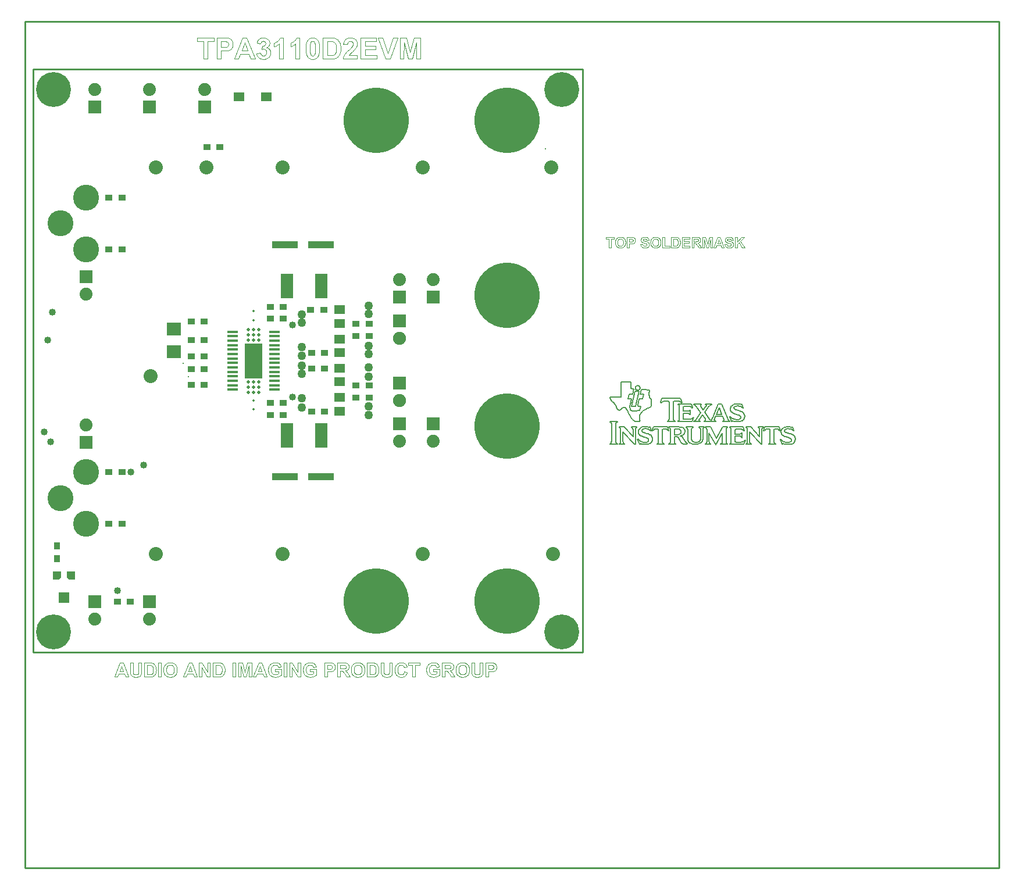
<source format=gbr>
*
G04 Job   : X:\EvmBoards\TPA3110D2\TPA3110D2EVM\PCB_Layout\TPA3110D2EVM.pcb*
G04 User  : DTA0209011:a0209011*
G04 Layer : TopSolderMask.gbr*
G04 Date  : Thu Mar 12 13:10:39 2009*
G04 Mentor Graphics Example Gerber Output Definition*
%ICAS*%
%MOIN*%
%FSLAX24Y24*%
%OFA0.0000B0.0000*%
G90*
G74*
%AMVB_RECTANGLE*
21,1,$1,$2,0,0,$3*
%
%AMVB_Custom_1.2x1.2mm Chamfer*
4,1,5,0.0000,0.0000,0.0472,0.0000,0.0472,0.0354,0.0354,0.0472,0.0000,0.0472,0.0000,0.0000,$1*
%
%ADD11C,0.00394*%
%ADD12C,0.00591*%
%ADD13C,0.00984*%
%ADD10C,0.01000*%
%ADD15C,0.01300*%
%ADD14C,0.01400*%
%ADD30C,0.02000*%
%ADD16C,0.04000*%
%ADD17C,0.05000*%
%ADD70C,0.07400*%
%ADD72C,0.07500*%
%ADD24C,0.08000*%
%ADD26C,0.14900*%
%ADD27C,0.20000*%
%ADD25C,0.37500*%
%ADD19VB_RECTANGLE,0.07400X0.07400X180.00000*%
%ADD73VB_RECTANGLE,0.07500X0.07500X270.00000*%
%ADD32VB_RECTANGLE,0.01200X0.06000X90.00000*%
%ADD28VB_RECTANGLE,0.03937X0.14567X270.00000*%
%ADD71VB_RECTANGLE,0.04000X0.03500X0.00000*%
%ADD23VB_RECTANGLE,0.04000X0.03500X270.00000*%
%ADD18VB_RECTANGLE,0.05000X0.06000X270.00000*%
%ADD20VB_RECTANGLE,0.06299X0.05906X180.00000*%
%ADD33VB_RECTANGLE,0.07100X0.07900X270.00000*%
%ADD31VB_RECTANGLE,0.09843X0.19685X0.00000*%
%ADD29VB_RECTANGLE,0.14000X0.07000X270.00000*%
%ADD21VB_Custom_1.2x1.2mm Chamfer,180.00000*%
%ADD22VB_Custom_1.2x1.2mm Chamfer,270.00000*%
G01*
G36*
X12156Y15748D02*
X13140D01*
Y17717*
X12156*
Y15748*
G37*
G54D10*
X0Y0D02*
X31496D01*
Y33465*
X0*
Y0*
G54D11*
X5187Y-1073D02*
X5076Y-775D01*
X4967Y-1073*
X5187*
X5487Y-1392D02*
X5309D01*
X5239Y-1209*
X4917*
X4850Y-1392*
X4678*
X4991Y-587*
X5165*
X5487Y-1392*
X5572Y-587D02*
X5735D01*
Y-1023*
Y-1047*
Y-1070*
Y-1090*
X5736Y-1108*
X5737Y-1124*
X5738Y-1137*
X5739Y-1148*
X5741Y-1157*
X5744Y-1169*
X5748Y-1180*
X5753Y-1191*
X5758Y-1202*
X5765Y-1211*
X5772Y-1220*
X5781Y-1228*
X5791Y-1236*
X5801Y-1243*
X5812Y-1250*
X5824Y-1254*
X5836Y-1259*
X5850Y-1262*
X5865Y-1265*
X5880*
X5897Y-1266*
X5914Y-1265*
X5930*
X5944Y-1262*
X5957Y-1259*
X5970Y-1255*
X5982Y-1250*
X5992Y-1245*
X6001Y-1238*
X6009Y-1231*
X6017Y-1223*
X6024Y-1215*
X6029Y-1206*
X6034Y-1198*
X6038Y-1188*
X6041Y-1179*
X6043Y-1169*
X6045Y-1157*
X6046Y-1145*
X6048Y-1130*
X6049Y-1114*
X6050Y-1096*
Y-1076*
Y-1055*
Y-1031*
Y-587*
X6213*
Y-1009*
Y-1045*
Y-1077*
X6212Y-1106*
X6210Y-1133*
X6208Y-1157*
X6206Y-1180*
X6203Y-1198*
X6200Y-1214*
X6192Y-1243*
X6182Y-1269*
X6168Y-1294*
X6152Y-1316*
X6132Y-1335*
X6110Y-1353*
X6085Y-1368*
X6057Y-1381*
X6042Y-1387*
X6025Y-1392*
X6007Y-1396*
X5989Y-1399*
X5969Y-1402*
X5948Y-1404*
X5925Y-1406*
X5902*
X5874*
X5848Y-1404*
X5824Y-1402*
X5801Y-1399*
X5780Y-1395*
X5761Y-1391*
X5743Y-1385*
X5728Y-1379*
X5699Y-1365*
X5674Y-1348*
X5652Y-1330*
X5633Y-1309*
X5617Y-1288*
X5605Y-1266*
X5594Y-1243*
X5587Y-1220*
X5583Y-1202*
X5580Y-1182*
X5578Y-1159*
X5576Y-1135*
X5574Y-1108*
X5572Y-1080*
Y-1049*
Y-1017*
Y-587*
X6384D02*
X6682D01*
X6706*
X6729*
X6750Y-589*
X6770Y-591*
X6789Y-593*
X6806Y-595*
X6821Y-598*
X6835Y-602*
X6853Y-608*
X6869Y-614*
X6885Y-622*
X6901Y-631*
X6916Y-641*
X6930Y-652*
X6943Y-664*
X6957Y-676*
X6980Y-705*
X7001Y-735*
X7019Y-769*
X7034Y-807*
X7039Y-827*
X7045Y-847*
X7050Y-870*
X7054Y-893*
X7056Y-917*
X7058Y-943*
X7060Y-969*
Y-997*
Y-1021*
X7058Y-1045*
X7057Y-1068*
X7054Y-1090*
X7050Y-1111*
X7046Y-1131*
X7041Y-1150*
X7035Y-1169*
X7027Y-1190*
X7018Y-1210*
X7009Y-1230*
X6998Y-1248*
X6987Y-1265*
X6976Y-1282*
X6962Y-1297*
X6949Y-1311*
X6938Y-1321*
X6926Y-1331*
X6913Y-1339*
X6899Y-1347*
X6884Y-1355*
X6869Y-1362*
X6852Y-1369*
X6835Y-1375*
X6820Y-1379*
X6806Y-1383*
X6789Y-1386*
X6772Y-1388*
X6753Y-1390*
X6733Y-1391*
X6713Y-1392*
X6691*
X6384*
Y-587*
X6547Y-723D02*
Y-1256D01*
X6669*
X6685*
X6701Y-1255*
X6715*
X6728Y-1254*
X6739Y-1253*
X6750Y-1252*
X6759Y-1250*
X6767Y-1248*
X6787Y-1243*
X6803Y-1235*
X6819Y-1226*
X6833Y-1215*
X6839Y-1209*
X6846Y-1201*
X6851Y-1193*
X6857Y-1183*
X6862Y-1173*
X6867Y-1162*
X6872Y-1150*
X6876Y-1137*
X6880Y-1123*
X6883Y-1108*
X6886Y-1091*
X6888Y-1073*
X6890Y-1054*
X6891Y-1034*
X6892Y-1013*
Y-990*
Y-967*
X6891Y-946*
X6890Y-926*
X6888Y-907*
X6886Y-890*
X6883Y-874*
X6880Y-860*
X6876Y-846*
X6867Y-823*
X6856Y-802*
X6843Y-784*
X6829Y-769*
X6813Y-756*
X6796Y-745*
X6776Y-737*
X6754Y-731*
X6745Y-729*
X6733Y-728*
X6719Y-726*
X6704Y-725*
X6686Y-724*
X6666*
X6644Y-723*
X6620*
X6547*
X7193Y-1392D02*
Y-587D01*
X7356*
Y-1392*
X7193*
X7477Y-994D02*
X7478Y-965D01*
X7480Y-935*
X7483Y-908*
X7487Y-881*
X7491Y-856*
X7498Y-832*
X7506Y-809*
X7514Y-788*
X7529Y-758*
X7546Y-730*
X7567Y-703*
X7589Y-678*
X7601Y-666*
X7613Y-655*
X7626Y-645*
X7639Y-635*
X7665Y-619*
X7693Y-605*
X7713Y-598*
X7732Y-591*
X7753Y-586*
X7774Y-581*
X7796Y-578*
X7819Y-576*
X7843Y-574*
X7867Y-573*
X7889Y-574*
X7910Y-575*
X7931Y-577*
X7952Y-580*
X7972Y-584*
X7991Y-589*
X8009Y-594*
X8028Y-601*
X8045Y-608*
X8062Y-617*
X8078Y-625*
X8094Y-635*
X8109Y-646*
X8124Y-657*
X8139Y-670*
X8152Y-683*
X8165Y-698*
X8177Y-713*
X8188Y-728*
X8199Y-744*
X8209Y-761*
X8217Y-779*
X8225Y-797*
X8232Y-816*
X8239Y-835*
X8244Y-855*
X8249Y-876*
X8253Y-898*
X8255Y-920*
X8257Y-943*
X8259Y-966*
Y-991*
Y-1014*
X8257Y-1038*
X8255Y-1061*
X8253Y-1083*
X8249Y-1104*
X8244Y-1124*
X8239Y-1145*
X8232Y-1165*
X8225Y-1183*
X8217Y-1201*
X8209Y-1218*
X8199Y-1235*
X8189Y-1251*
X8178Y-1267*
X8166Y-1281*
X8153Y-1295*
X8139Y-1309*
X8125Y-1321*
X8111Y-1333*
X8095Y-1343*
X8080Y-1354*
X8063Y-1362*
X8046Y-1371*
X8029Y-1378*
X8011Y-1384*
X7992Y-1390*
X7973Y-1394*
X7954Y-1398*
X7933Y-1402*
X7913Y-1404*
X7891Y-1405*
X7869Y-1406*
X7847Y-1405*
X7825Y-1404*
X7805Y-1402*
X7784Y-1398*
X7764Y-1394*
X7745Y-1390*
X7726Y-1384*
X7708Y-1378*
X7691Y-1371*
X7673Y-1363*
X7657Y-1354*
X7641Y-1344*
X7626Y-1333*
X7611Y-1322*
X7597Y-1309*
X7583Y-1296*
X7570Y-1282*
X7558Y-1268*
X7547Y-1252*
X7537Y-1236*
X7528Y-1220*
X7519Y-1202*
X7511Y-1184*
X7504Y-1166*
X7498Y-1146*
X7492Y-1127*
X7487Y-1106*
X7483Y-1085*
X7481Y-1064*
X7479Y-1041*
X7478Y-1018*
X7477Y-994*
X7645Y-989D02*
X7646Y-1022D01*
X7649Y-1053*
X7654Y-1082*
X7661Y-1109*
X7669Y-1134*
X7680Y-1157*
X7694Y-1177*
X7708Y-1196*
X7724Y-1213*
X7742Y-1227*
X7761Y-1239*
X7780Y-1249*
X7801Y-1257*
X7822Y-1261*
X7845Y-1265*
X7869Y-1266*
X7893Y-1265*
X7916Y-1262*
X7937Y-1257*
X7957Y-1249*
X7977Y-1239*
X7995Y-1227*
X8013Y-1213*
X8029Y-1196*
X8043Y-1178*
X8056Y-1157*
X8067Y-1134*
X8076Y-1109*
X8083Y-1082*
X8087Y-1052*
X8091Y-1020*
Y-987*
Y-954*
X8087Y-922*
X8083Y-893*
X8076Y-866*
X8068Y-842*
X8057Y-819*
X8045Y-798*
X8031Y-780*
X8015Y-765*
X7998Y-751*
X7980Y-739*
X7960Y-730*
X7939Y-722*
X7917Y-717*
X7894Y-713*
X7869*
X7844*
X7821Y-717*
X7799Y-722*
X7778Y-730*
X7758Y-739*
X7740Y-751*
X7723Y-765*
X7706Y-781*
X7692Y-800*
X7680Y-820*
X7669Y-843*
X7661Y-868*
X7654Y-894*
X7649Y-924*
X7646Y-955*
X7645Y-989*
X9126Y-1073D02*
X9015Y-775D01*
X8906Y-1073*
X9126*
X9425Y-1392D02*
X9248D01*
X9178Y-1209*
X8856*
X8789Y-1392*
X8617*
X8930Y-587*
X9103*
X9425Y-1392*
X9512D02*
Y-587D01*
X9669*
X10002Y-1128*
Y-587*
X10152*
Y-1392*
X9990*
X9662Y-862*
Y-1392*
X9512*
X9770Y34044D02*
Y35048D01*
X9411*
Y35252*
X10372*
Y35048*
X10014*
Y34044*
X9770*
X10323Y-587D02*
X10620D01*
X10645*
X10668*
X10689Y-589*
X10709Y-591*
X10728Y-593*
X10744Y-595*
X10760Y-598*
X10773Y-602*
X10791Y-608*
X10808Y-614*
X10824Y-622*
X10839Y-631*
X10854Y-641*
X10869Y-652*
X10882Y-664*
X10895Y-676*
X10919Y-705*
X10939Y-735*
X10957Y-769*
X10972Y-807*
X10978Y-827*
X10983Y-847*
X10988Y-870*
X10992Y-893*
X10994Y-917*
X10997Y-943*
X10998Y-969*
Y-997*
Y-1021*
X10997Y-1045*
X10995Y-1068*
X10992Y-1090*
X10989Y-1111*
X10984Y-1131*
X10980Y-1150*
X10974Y-1169*
X10965Y-1190*
X10957Y-1210*
X10947Y-1230*
X10937Y-1248*
X10926Y-1265*
X10914Y-1282*
X10901Y-1297*
X10887Y-1311*
X10876Y-1321*
X10865Y-1331*
X10851Y-1339*
X10838Y-1347*
X10823Y-1355*
X10807Y-1362*
X10791Y-1369*
X10773Y-1375*
X10759Y-1379*
X10744Y-1383*
X10728Y-1386*
X10710Y-1388*
X10691Y-1390*
X10672Y-1391*
X10651Y-1392*
X10629*
X10323*
Y-587*
X10486Y-723D02*
Y-1256D01*
X10607*
X10624*
X10639Y-1255*
X10654*
X10666Y-1254*
X10678Y-1253*
X10688Y-1252*
X10698Y-1250*
X10706Y-1248*
X10725Y-1243*
X10742Y-1235*
X10757Y-1226*
X10772Y-1215*
X10778Y-1209*
X10784Y-1201*
X10790Y-1193*
X10795Y-1183*
X10801Y-1173*
X10806Y-1162*
X10810Y-1150*
X10814Y-1137*
X10818Y-1123*
X10821Y-1108*
X10824Y-1091*
X10827Y-1073*
X10828Y-1054*
X10830Y-1034*
X10831Y-1013*
Y-990*
Y-967*
X10830Y-946*
X10828Y-926*
X10827Y-907*
X10824Y-890*
X10821Y-874*
X10818Y-860*
X10814Y-846*
X10806Y-823*
X10794Y-802*
X10782Y-784*
X10768Y-769*
X10752Y-756*
X10735Y-745*
X10714Y-737*
X10693Y-731*
X10683Y-729*
X10672Y-728*
X10657Y-726*
X10643Y-725*
X10624Y-724*
X10605*
X10583Y-723*
X10559*
X10486*
X10528Y34044D02*
Y35252D01*
X10919*
X10946*
X10972*
X10997Y35251*
X11020*
X11043Y35250*
X11063*
X11083Y35248*
X11102Y35247*
X11120Y35246*
X11136Y35245*
X11150Y35244*
X11165Y35241*
X11178Y35240*
X11189Y35238*
X11199Y35235*
X11208Y35234*
X11233Y35226*
X11258Y35217*
X11281Y35205*
X11304Y35191*
X11324Y35175*
X11344Y35157*
X11364Y35137*
X11382Y35115*
X11398Y35091*
X11413Y35067*
X11424Y35039*
X11434Y35011*
X11442Y34981*
X11447Y34950*
X11450Y34915*
X11452Y34880*
Y34853*
X11449Y34827*
X11446Y34802*
X11442Y34778*
X11436Y34755*
X11429Y34733*
X11421Y34712*
X11411Y34693*
X11390Y34657*
X11365Y34626*
X11338Y34598*
X11309Y34574*
X11278Y34554*
X11246Y34539*
X11215Y34526*
X11183Y34517*
X11160Y34513*
X11135Y34509*
X11107Y34507*
X11076Y34504*
X11044Y34502*
X11009Y34501*
X10971Y34500*
X10931*
X10772*
Y34044*
X10528*
X10772Y35048D02*
Y34704D01*
X10905*
X10939*
X10971Y34705*
X10999Y34706*
X11025Y34709*
X11048Y34711*
X11067Y34715*
X11083Y34718*
X11097Y34723*
X11120Y34733*
X11140Y34748*
X11157Y34763*
X11173Y34782*
X11185Y34803*
X11193Y34826*
X11199Y34850*
X11200Y34876*
Y34893*
X11198Y34908*
X11194Y34922*
X11191Y34937*
X11185Y34950*
X11179Y34963*
X11170Y34974*
X11161Y34985*
X11141Y35005*
X11119Y35020*
X11093Y35032*
X11064Y35039*
X11052Y35042*
X11037Y35043*
X11019Y35044*
X10999Y35045*
X10976Y35046*
X10950*
X10921Y35048*
X10889*
X10772*
X11444Y-1392D02*
Y-587D01*
X11607*
Y-1392*
X11444*
X11760D02*
Y-587D01*
X12004*
X12149Y-1136*
X12292Y-587*
X12536*
Y-1392*
X12386*
Y-758*
X12226Y-1392*
X12069*
X11911Y-758*
X11910Y-1392*
X11760*
X12294Y34522D02*
X12127Y34970D01*
X11963Y34522*
X12294*
X12743Y34044D02*
X12477D01*
X12372Y34318*
X11889*
X11788Y34044*
X11530*
X12000Y35252*
X12259*
X12743Y34044*
X12812Y34365D02*
X13037Y34392D01*
X13040Y34371*
X13044Y34352*
X13050Y34333*
X13057Y34317*
X13064Y34301*
X13073Y34286*
X13083Y34273*
X13094Y34261*
X13106Y34250*
X13119Y34241*
X13132Y34234*
X13146Y34227*
X13161Y34222*
X13176Y34219*
X13191Y34217*
X13208Y34216*
X13226Y34217*
X13242Y34220*
X13259Y34223*
X13274Y34229*
X13289Y34237*
X13304Y34247*
X13317Y34257*
X13330Y34270*
X13340Y34285*
X13351Y34300*
X13359Y34317*
X13366Y34334*
X13371Y34353*
X13374Y34373*
X13377Y34394*
X13378Y34417*
X13377Y34438*
X13376Y34458*
X13371Y34477*
X13366Y34495*
X13360Y34511*
X13352Y34527*
X13343Y34541*
X13331Y34555*
X13319Y34567*
X13306Y34578*
X13293Y34586*
X13279Y34593*
X13265Y34599*
X13249Y34602*
X13234Y34605*
X13217Y34606*
X13194Y34605*
X13169Y34601*
X13141Y34596*
X13111Y34588*
X13137Y34777*
X13159*
X13181Y34778*
X13201Y34782*
X13220Y34785*
X13236Y34791*
X13253Y34800*
X13267Y34808*
X13280Y34817*
X13292Y34829*
X13301Y34841*
X13311Y34854*
X13318Y34868*
X13322Y34883*
X13326Y34899*
X13328Y34915*
X13330Y34933*
X13327Y34961*
X13320Y34987*
X13309Y35011*
X13293Y35030*
X13274Y35046*
X13250Y35057*
X13226Y35064*
X13196Y35067*
X13182Y35065*
X13168Y35064*
X13155Y35061*
X13142Y35056*
X13129Y35050*
X13117Y35043*
X13106Y35035*
X13094Y35025*
X13076Y35002*
X13061Y34974*
X13051Y34941*
X13044Y34905*
X12830Y34941*
X12836Y34967*
X12843Y34993*
X12850Y35017*
X12858Y35039*
X12867Y35061*
X12876Y35081*
X12887Y35100*
X12897Y35116*
X12922Y35147*
X12952Y35174*
X12985Y35199*
X13022Y35219*
X13064Y35235*
X13107Y35247*
X13155Y35254*
X13203Y35257*
X13244Y35256*
X13285Y35250*
X13321Y35241*
X13357Y35230*
X13390Y35214*
X13422Y35195*
X13450Y35173*
X13477Y35148*
X13497Y35126*
X13515Y35102*
X13529Y35078*
X13541Y35054*
X13550Y35028*
X13557Y35002*
X13561Y34974*
X13562Y34947*
X13561Y34927*
X13560Y34908*
X13556Y34889*
X13552Y34872*
X13546Y34854*
X13537Y34836*
X13529Y34820*
X13519Y34804*
X13507Y34788*
X13494Y34774*
X13480Y34758*
X13464Y34744*
X13448Y34731*
X13429Y34718*
X13409Y34705*
X13389Y34693*
X13413Y34686*
X13437Y34678*
X13459Y34669*
X13481Y34657*
X13501Y34644*
X13520Y34628*
X13537Y34612*
X13554Y34593*
X13568Y34574*
X13581Y34553*
X13592Y34530*
X13600Y34508*
X13607Y34484*
X13612Y34459*
X13614Y34433*
X13615Y34406*
X13613Y34367*
X13608Y34330*
X13599Y34294*
X13586Y34259*
X13570Y34226*
X13550Y34195*
X13527Y34164*
X13500Y34136*
X13469Y34109*
X13437Y34086*
X13404Y34067*
X13369Y34052*
X13332Y34039*
X13293Y34031*
X13252Y34025*
X13210Y34024*
X13170Y34025*
X13131Y34030*
X13094Y34037*
X13059Y34047*
X13026Y34060*
X12995Y34077*
X12966Y34096*
X12937Y34118*
X12911Y34143*
X12889Y34169*
X12869Y34197*
X12852Y34227*
X12838Y34259*
X12826Y34292*
X12818Y34327*
X12812Y34365*
X13126Y-1073D02*
X13015Y-775D01*
X12906Y-1073*
X13126*
X13425Y-1392D02*
X13248D01*
X13178Y-1209*
X12856*
X12789Y-1392*
X12617*
X12930Y-587*
X13103*
X13425Y-1392*
X13886Y-1097D02*
Y-961D01*
X14236*
Y-1280*
X14223Y-1293*
X14208Y-1305*
X14191Y-1316*
X14174Y-1328*
X14154Y-1338*
X14134Y-1348*
X14112Y-1358*
X14088Y-1368*
X14064Y-1376*
X14039Y-1384*
X14015Y-1391*
X13991Y-1396*
X13966Y-1400*
X13941Y-1403*
X13917Y-1405*
X13891Y-1406*
X13861Y-1405*
X13831Y-1402*
X13802Y-1398*
X13773Y-1392*
X13746Y-1385*
X13720Y-1376*
X13695Y-1365*
X13671Y-1353*
X13649Y-1339*
X13628Y-1324*
X13607Y-1306*
X13589Y-1288*
X13572Y-1269*
X13557Y-1247*
X13543Y-1225*
X13530Y-1201*
X13519Y-1176*
X13509Y-1150*
X13502Y-1124*
X13494Y-1098*
X13489Y-1071*
X13486Y-1043*
X13483Y-1016*
Y-987*
Y-956*
X13486Y-926*
X13490Y-896*
X13496Y-868*
X13503Y-840*
X13513Y-814*
X13523Y-788*
X13535Y-763*
X13550Y-739*
X13565Y-717*
X13582Y-696*
X13601Y-677*
X13620Y-659*
X13643Y-643*
X13665Y-627*
X13690Y-613*
X13710Y-604*
X13731Y-596*
X13754Y-589*
X13777Y-583*
X13802Y-579*
X13828Y-576*
X13854Y-574*
X13883Y-573*
X13920Y-574*
X13954Y-577*
X13987Y-582*
X14017Y-589*
X14045Y-598*
X14071Y-609*
X14095Y-622*
X14117Y-636*
X14138Y-653*
X14156Y-671*
X14172Y-691*
X14187Y-712*
X14199Y-735*
X14210Y-758*
X14219Y-784*
X14226Y-811*
X14065Y-841*
X14060Y-827*
X14054Y-813*
X14047Y-800*
X14040Y-788*
X14031Y-776*
X14022Y-766*
X14012Y-756*
X14001Y-747*
X13988Y-739*
X13976Y-732*
X13962Y-726*
X13947Y-721*
X13932Y-717*
X13917Y-715*
X13900Y-713*
X13883*
X13857*
X13832Y-717*
X13809Y-722*
X13787Y-730*
X13767Y-739*
X13747Y-750*
X13730Y-765*
X13713Y-780*
X13698Y-798*
X13686Y-818*
X13675Y-840*
X13666Y-864*
X13659Y-890*
X13654Y-918*
X13651Y-948*
X13650Y-980*
X13651Y-1015*
X13654Y-1047*
X13659Y-1077*
X13666Y-1106*
X13676Y-1131*
X13687Y-1154*
X13699Y-1176*
X13714Y-1194*
X13731Y-1212*
X13749Y-1226*
X13768Y-1239*
X13787Y-1248*
X13809Y-1256*
X13832Y-1261*
X13856Y-1265*
X13881Y-1266*
X13906Y-1265*
X13932Y-1261*
X13957Y-1255*
X13983Y-1246*
X14009Y-1236*
X14031Y-1224*
X14053Y-1212*
X14072Y-1198*
Y-1097*
X13886*
X14351Y34044D02*
X14120D01*
Y34917*
X14088Y34887*
X14054Y34861*
X14018Y34836*
X13981Y34813*
X13944Y34791*
X13904Y34772*
X13863Y34756*
X13821Y34741*
Y34951*
X13843Y34959*
X13867Y34969*
X13891Y34980*
X13915Y34993*
X13940Y35009*
X13966Y35025*
X13991Y35043*
X14018Y35063*
X14043Y35084*
X14067Y35107*
X14088Y35129*
X14108Y35153*
X14124Y35178*
X14140Y35204*
X14153Y35230*
X14163Y35257*
X14351*
Y34044*
X14382Y-1392D02*
Y-587D01*
X14545*
Y-1392*
X14382*
X14700D02*
Y-587D01*
X14857*
X15190Y-1128*
Y-587*
X15340*
Y-1392*
X15178*
X14850Y-862*
Y-1392*
X14700*
X15290Y34044D02*
X15059D01*
Y34917*
X15027Y34887*
X14993Y34861*
X14957Y34836*
X14920Y34813*
X14883Y34791*
X14843Y34772*
X14802Y34756*
X14760Y34741*
Y34951*
X14782Y34959*
X14806Y34969*
X14830Y34980*
X14854Y34993*
X14879Y35009*
X14905Y35025*
X14930Y35043*
X14957Y35063*
X14982Y35084*
X15006Y35107*
X15027Y35129*
X15047Y35153*
X15063Y35178*
X15079Y35204*
X15092Y35230*
X15102Y35257*
X15290*
Y34044*
X15887Y-1097D02*
Y-961D01*
X16237*
Y-1280*
X16224Y-1293*
X16209Y-1305*
X16192Y-1316*
X16175Y-1328*
X16155Y-1338*
X16135Y-1348*
X16113Y-1358*
X16089Y-1368*
X16065Y-1376*
X16040Y-1384*
X16016Y-1391*
X15991Y-1396*
X15967Y-1400*
X15942Y-1403*
X15917Y-1405*
X15892Y-1406*
X15861Y-1405*
X15831Y-1402*
X15802Y-1398*
X15774Y-1392*
X15747Y-1385*
X15721Y-1376*
X15696Y-1365*
X15672Y-1353*
X15650Y-1339*
X15628Y-1324*
X15608Y-1306*
X15590Y-1288*
X15572Y-1269*
X15557Y-1247*
X15543Y-1225*
X15531Y-1201*
X15520Y-1176*
X15510Y-1150*
X15502Y-1124*
X15495Y-1098*
X15490Y-1071*
X15487Y-1043*
X15484Y-1016*
X15483Y-987*
X15484Y-956*
X15487Y-926*
X15491Y-896*
X15497Y-868*
X15504Y-840*
X15513Y-814*
X15524Y-788*
X15536Y-763*
X15550Y-739*
X15565Y-717*
X15583Y-696*
X15602Y-677*
X15621Y-659*
X15643Y-643*
X15666Y-627*
X15691Y-613*
X15711Y-604*
X15731Y-596*
X15754Y-589*
X15778Y-583*
X15802Y-579*
X15828Y-576*
X15855Y-574*
X15883Y-573*
X15920Y-574*
X15954Y-577*
X15987Y-582*
X16017Y-589*
X16046Y-598*
X16072Y-609*
X16096Y-622*
X16118Y-636*
X16139Y-653*
X16157Y-671*
X16173Y-691*
X16187Y-712*
X16200Y-735*
X16211Y-758*
X16220Y-784*
X16227Y-811*
X16065Y-841*
X16061Y-827*
X16055Y-813*
X16048Y-800*
X16041Y-788*
X16032Y-776*
X16023Y-766*
X16013Y-756*
X16002Y-747*
X15989Y-739*
X15976Y-732*
X15963Y-726*
X15948Y-721*
X15933Y-717*
X15917Y-715*
X15901Y-713*
X15883*
X15857*
X15833Y-717*
X15810Y-722*
X15788Y-730*
X15768Y-739*
X15748Y-750*
X15731Y-765*
X15714Y-780*
X15699Y-798*
X15687Y-818*
X15676Y-840*
X15667Y-864*
X15660Y-890*
X15655Y-918*
X15652Y-948*
X15651Y-980*
X15652Y-1015*
X15655Y-1047*
X15660Y-1077*
X15667Y-1106*
X15676Y-1131*
X15687Y-1154*
X15700Y-1176*
X15715Y-1194*
X15731Y-1212*
X15750Y-1226*
X15769Y-1239*
X15788Y-1248*
X15810Y-1256*
X15833Y-1261*
X15857Y-1265*
X15882Y-1266*
X15907Y-1265*
X15933Y-1261*
X15958Y-1255*
X15984Y-1246*
X16009Y-1236*
X16032Y-1224*
X16054Y-1212*
X16072Y-1198*
Y-1097*
X15887*
X16030Y35064D02*
X16008Y35063D01*
X15989Y35057*
X15970Y35049*
X15954Y35037*
X15946Y35030*
X15939Y35022*
X15931Y35011*
X15924Y35000*
X15919Y34987*
X15913Y34973*
X15907Y34958*
X15902Y34941*
X15897Y34918*
X15891Y34889*
X15888Y34857*
X15884Y34821*
X15882Y34782*
X15880Y34738*
X15878Y34691*
Y34640*
Y34588*
X15880Y34542*
X15882Y34500*
X15884Y34461*
X15887Y34426*
X15890Y34396*
X15895Y34370*
X15900Y34348*
X15906Y34330*
X15911Y34312*
X15917Y34296*
X15924Y34282*
X15931Y34269*
X15939Y34259*
X15946Y34249*
X15954Y34242*
X15970Y34230*
X15989Y34222*
X16008Y34217*
X16030Y34216*
X16050Y34217*
X16069Y34223*
X16087Y34231*
X16104Y34243*
X16112Y34250*
X16120Y34259*
X16128Y34269*
X16133Y34280*
X16139Y34293*
X16145Y34307*
X16151Y34322*
X16156Y34339*
X16161Y34363*
X16167Y34391*
X16170Y34423*
X16174Y34458*
X16176Y34497*
X16178Y34541*
X16180Y34588*
Y34640*
Y34691*
X16178Y34737*
X16176Y34780*
X16174Y34819*
X16171Y34853*
X16168Y34883*
X16163Y34909*
X16158Y34931*
X16152Y34950*
X16146Y34967*
X16141Y34984*
X16133Y34997*
X16126Y35010*
X16119Y35020*
X16112Y35030*
X16104Y35037*
X16087Y35049*
X16069Y35057*
X16050Y35063*
X16030Y35064*
Y35257D02*
X16072Y35254D01*
X16112Y35248*
X16150Y35239*
X16185Y35225*
X16219Y35208*
X16249Y35186*
X16278Y35161*
X16304Y35131*
X16318Y35113*
X16332Y35091*
X16344Y35069*
X16356Y35045*
X16366Y35019*
X16376Y34993*
X16384Y34964*
X16392Y34934*
X16399Y34902*
X16405Y34869*
X16410Y34835*
X16415Y34800*
X16418Y34762*
X16419Y34723*
X16422Y34681*
Y34640*
Y34598*
X16419Y34557*
X16417Y34517*
X16415Y34481*
X16410Y34444*
X16405Y34410*
X16399Y34377*
X16392Y34345*
X16384Y34315*
X16376Y34287*
X16365Y34260*
X16354Y34234*
X16344Y34210*
X16331Y34188*
X16318Y34167*
X16302Y34148*
X16278Y34118*
X16249Y34093*
X16219Y34072*
X16185Y34054*
X16150Y34041*
X16112Y34031*
X16072Y34026*
X16030Y34024*
X15986Y34026*
X15944Y34032*
X15907Y34043*
X15870Y34058*
X15835Y34077*
X15803Y34099*
X15772Y34128*
X15745Y34159*
X15731Y34177*
X15719Y34196*
X15707Y34217*
X15698Y34240*
X15687Y34265*
X15679Y34291*
X15670Y34318*
X15663Y34347*
X15657Y34379*
X15652Y34411*
X15647Y34445*
X15643Y34482*
X15640Y34520*
X15637Y34559*
X15636Y34600*
Y34643*
Y34684*
X15639Y34724*
X15641Y34763*
X15643Y34801*
X15648Y34836*
X15653Y34870*
X15659Y34904*
X15666Y34935*
X15674Y34965*
X15682Y34993*
X15693Y35020*
X15704Y35046*
X15714Y35070*
X15727Y35093*
X15740Y35114*
X15756Y35133*
X15780Y35162*
X15809Y35187*
X15839Y35208*
X15872Y35226*
X15908Y35239*
X15946Y35248*
X15986Y35254*
X16030Y35257*
X16626Y35252D02*
X17072D01*
X17109*
X17143Y35251*
X17175Y35248*
X17205Y35246*
X17233Y35243*
X17258Y35239*
X17281Y35234*
X17302Y35228*
X17329Y35220*
X17354Y35211*
X17377Y35199*
X17401Y35186*
X17423Y35170*
X17444Y35154*
X17465Y35136*
X17485Y35117*
X17520Y35075*
X17551Y35029*
X17578Y34978*
X17600Y34921*
X17609Y34892*
X17617Y34861*
X17624Y34827*
X17630Y34793*
X17633Y34756*
X17637Y34718*
X17639Y34678*
Y34637*
Y34600*
X17637Y34565*
X17635Y34530*
X17630Y34497*
X17625Y34465*
X17618Y34436*
X17611Y34406*
X17603Y34379*
X17590Y34347*
X17577Y34317*
X17563Y34287*
X17547Y34260*
X17531Y34234*
X17513Y34209*
X17493Y34187*
X17473Y34165*
X17456Y34150*
X17439Y34136*
X17419Y34123*
X17398Y34111*
X17376Y34099*
X17352Y34089*
X17328Y34078*
X17302Y34070*
X17280Y34064*
X17258Y34058*
X17233Y34053*
X17207Y34050*
X17179Y34047*
X17149Y34045*
X17119Y34044*
X17085*
X16626*
Y35252*
X16701Y-1392D02*
Y-587D01*
X16961*
X16980*
X16997*
X17013*
X17029*
X17044Y-588*
X17057*
X17071Y-589*
X17083Y-590*
X17095Y-591*
X17106*
X17116Y-592*
X17125Y-594*
X17134*
X17142Y-596*
X17148Y-598*
X17154*
X17171Y-604*
X17187Y-610*
X17203Y-618*
X17218Y-628*
X17231Y-638*
X17245Y-650*
X17258Y-663*
X17270Y-678*
X17281Y-694*
X17291Y-710*
X17298Y-728*
X17305Y-747*
X17310Y-767*
X17313Y-788*
X17316Y-811*
X17317Y-835*
Y-853*
X17315Y-870*
X17313Y-887*
X17310Y-902*
X17306Y-918*
X17302Y-932*
X17296Y-946*
X17290Y-959*
X17276Y-983*
X17259Y-1004*
X17241Y-1023*
X17221Y-1039*
X17201Y-1052*
X17180Y-1062*
X17159Y-1071*
X17138Y-1076*
X17122Y-1080*
X17106Y-1082*
X17087Y-1083*
X17066Y-1085*
X17045Y-1087*
X17021*
X16996Y-1088*
X16969*
X16864*
Y-1392*
X16701*
X16864Y-723D02*
Y-952D01*
X16952*
X16975*
X16996Y-951*
X17015Y-950*
X17032Y-949*
X17047Y-947*
X17060Y-945*
X17071Y-943*
X17080Y-939*
X17095Y-932*
X17109Y-923*
X17120Y-913*
X17131Y-900*
X17139Y-886*
X17144Y-871*
X17148Y-854*
X17149Y-837*
Y-826*
X17147Y-816*
X17145Y-806*
X17143Y-797*
X17139Y-788*
X17135Y-780*
X17129Y-772*
X17123Y-765*
X17109Y-751*
X17094Y-741*
X17077Y-733*
X17058Y-728*
X17050Y-727*
X17040Y-726*
X17028Y-725*
X17015Y-724*
X16999*
X16982*
X16963Y-723*
X16942*
X16864*
X16870Y35048D02*
Y34248D01*
X17052*
X17077*
X17101Y34249*
X17122*
X17141Y34250*
X17159Y34253*
X17174Y34254*
X17188Y34256*
X17200Y34260*
X17230Y34268*
X17254Y34280*
X17278Y34293*
X17299Y34309*
X17309Y34319*
X17318Y34331*
X17326Y34343*
X17335Y34357*
X17343Y34372*
X17350Y34389*
X17357Y34406*
X17363Y34426*
X17369Y34448*
X17374Y34470*
X17378Y34495*
X17382Y34522*
X17384Y34550*
X17387Y34581*
X17388Y34613*
Y34647*
Y34681*
X17387Y34713*
X17384Y34743*
X17382Y34771*
X17378Y34797*
X17374Y34821*
X17369Y34842*
X17363Y34862*
X17350Y34898*
X17333Y34928*
X17315Y34956*
X17293Y34979*
X17270Y34998*
X17244Y35015*
X17213Y35026*
X17181Y35036*
X17167Y35038*
X17149Y35041*
X17128Y35043*
X17106Y35044*
X17078Y35046*
X17049*
X17016Y35048*
X16980*
X16870*
X17451Y-1392D02*
Y-587D01*
X17793*
X17824*
X17854Y-588*
X17880Y-590*
X17905Y-592*
X17927Y-595*
X17947Y-599*
X17965Y-603*
X17981Y-609*
X17995Y-614*
X18009Y-621*
X18021Y-629*
X18033Y-639*
X18045Y-649*
X18055Y-660*
X18065Y-672*
X18074Y-686*
X18083Y-700*
X18090Y-714*
X18096Y-729*
X18101Y-745*
X18105Y-761*
X18107Y-778*
X18109Y-795*
Y-813*
Y-835*
X18106Y-856*
X18102Y-876*
X18096Y-895*
X18089Y-913*
X18080Y-931*
X18069Y-947*
X18057Y-962*
X18043Y-976*
X18027Y-989*
X18009Y-1001*
X17990Y-1010*
X17969Y-1019*
X17947Y-1026*
X17923Y-1032*
X17898Y-1037*
X17923Y-1053*
X17946Y-1069*
X17966Y-1087*
X17984Y-1105*
X17993Y-1114*
X18003Y-1126*
X18013Y-1140*
X18024Y-1155*
X18036Y-1172*
X18049Y-1191*
X18062Y-1213*
X18076Y-1235*
X18175Y-1392*
X17980*
X17864Y-1217*
X17848Y-1194*
X17835Y-1174*
X17822Y-1156*
X17811Y-1140*
X17801Y-1127*
X17792Y-1115*
X17784Y-1106*
X17778Y-1098*
X17766Y-1087*
X17754Y-1078*
X17742Y-1071*
X17729Y-1065*
X17722Y-1063*
X17714Y-1061*
X17706Y-1060*
X17695Y-1058*
X17685Y-1057*
X17673*
X17661Y-1056*
X17647*
X17614*
Y-1392*
X17451*
X17614Y-928D02*
X17734D01*
X17762*
X17787Y-927*
X17809Y-926*
X17829Y-925*
X17846Y-924*
X17860Y-922*
X17871Y-920*
X17880Y-918*
X17894Y-912*
X17906Y-904*
X17917Y-894*
X17925Y-883*
X17932Y-871*
X17938Y-857*
X17941Y-840*
X17942Y-823*
X17940Y-804*
X17936Y-787*
X17930Y-771*
X17920Y-757*
X17908Y-746*
X17894Y-737*
X17878Y-730*
X17859Y-726*
X17853Y-725*
X17844Y-724*
X17833*
X17820*
X17804*
X17785Y-723*
X17764*
X17741*
X17614*
Y-928*
X18230Y-994D02*
X18231Y-965D01*
X18232Y-935*
X18235Y-908*
X18239Y-881*
X18244Y-856*
X18250Y-832*
X18258Y-809*
X18267Y-788*
X18282Y-758*
X18299Y-730*
X18320Y-703*
X18342Y-678*
X18354Y-666*
X18366Y-655*
X18379Y-645*
X18391Y-635*
X18418Y-619*
X18446Y-605*
X18465Y-598*
X18485Y-591*
X18506Y-586*
X18527Y-581*
X18549Y-578*
X18572Y-576*
X18595Y-574*
X18620Y-573*
X18642Y-574*
X18663Y-575*
X18684Y-577*
X18705Y-580*
X18724Y-584*
X18743Y-589*
X18762Y-594*
X18780Y-601*
X18798Y-608*
X18815Y-617*
X18831Y-625*
X18847Y-635*
X18862Y-646*
X18877Y-657*
X18891Y-670*
X18905Y-683*
X18918Y-698*
X18930Y-713*
X18941Y-728*
X18952Y-744*
X18961Y-761*
X18970Y-779*
X18978Y-797*
X18985Y-816*
X18991Y-835*
X18997Y-855*
X19002Y-876*
X19006Y-898*
X19008Y-920*
X19010Y-943*
X19012Y-966*
Y-991*
Y-1014*
X19010Y-1038*
X19008Y-1061*
X19006Y-1083*
X19002Y-1104*
X18997Y-1124*
X18991Y-1145*
X18985Y-1165*
X18978Y-1183*
X18970Y-1201*
X18961Y-1218*
X18952Y-1235*
X18942Y-1251*
X18931Y-1267*
X18919Y-1281*
X18906Y-1295*
X18892Y-1309*
X18878Y-1321*
X18864Y-1333*
X18848Y-1343*
X18832Y-1354*
X18816Y-1362*
X18799Y-1371*
X18782Y-1378*
X18764Y-1384*
X18745Y-1390*
X18726Y-1394*
X18706Y-1398*
X18686Y-1402*
X18665Y-1404*
X18644Y-1405*
X18622Y-1406*
X18600Y-1405*
X18578Y-1404*
X18557Y-1402*
X18537Y-1398*
X18517Y-1394*
X18498Y-1390*
X18479Y-1384*
X18461Y-1378*
X18443Y-1371*
X18426Y-1363*
X18409Y-1354*
X18394Y-1344*
X18379Y-1333*
X18364Y-1322*
X18350Y-1309*
X18336Y-1296*
X18323Y-1282*
X18311Y-1268*
X18300Y-1252*
X18290Y-1236*
X18280Y-1220*
X18272Y-1202*
X18264Y-1184*
X18257Y-1166*
X18250Y-1146*
X18245Y-1127*
X18240Y-1106*
X18236Y-1085*
X18234Y-1064*
X18231Y-1041*
Y-1018*
X18230Y-994*
X18398Y-989D02*
Y-1022D01*
X18402Y-1053*
X18406Y-1082*
X18413Y-1109*
X18422Y-1134*
X18433Y-1157*
X18446Y-1177*
X18461Y-1196*
X18477Y-1213*
X18494Y-1227*
X18513Y-1239*
X18533Y-1249*
X18554Y-1257*
X18575Y-1261*
X18598Y-1265*
X18622Y-1266*
X18646Y-1265*
X18669Y-1262*
X18690Y-1257*
X18710Y-1249*
X18730Y-1239*
X18748Y-1227*
X18765Y-1213*
X18782Y-1196*
X18796Y-1178*
X18809Y-1157*
X18820Y-1134*
X18828Y-1109*
X18835Y-1082*
X18840Y-1052*
X18843Y-1020*
X18844Y-987*
X18843Y-954*
X18840Y-922*
X18835Y-893*
X18829Y-866*
X18820Y-842*
X18810Y-819*
X18798Y-798*
X18783Y-780*
X18768Y-765*
X18750Y-751*
X18732Y-739*
X18713Y-730*
X18691Y-722*
X18669Y-717*
X18646Y-713*
X18622*
X18597*
X18574Y-717*
X18552Y-722*
X18531Y-730*
X18511Y-739*
X18493Y-751*
X18476Y-765*
X18459Y-781*
X18445Y-800*
X18432Y-820*
X18422Y-843*
X18413Y-868*
X18406Y-894*
X18402Y-924*
X18398Y-955*
Y-989*
X18577Y34259D02*
Y34044D01*
X17766*
X17770Y34074*
X17775Y34104*
X17783Y34133*
X17792Y34162*
X17802Y34191*
X17815Y34220*
X17830Y34247*
X17845Y34275*
X17864Y34304*
X17886Y34333*
X17912Y34366*
X17943Y34402*
X17977Y34439*
X18016Y34478*
X18059Y34520*
X18105Y34565*
X18143Y34599*
X18176Y34631*
X18205Y34660*
X18231Y34686*
X18254Y34710*
X18271Y34730*
X18285Y34748*
X18297Y34762*
X18308Y34780*
X18317Y34797*
X18326Y34815*
X18333Y34833*
X18337Y34850*
X18342Y34868*
X18343Y34886*
X18344Y34904*
X18343Y34922*
X18342Y34940*
X18339Y34957*
X18334Y34972*
X18328Y34986*
X18321Y34999*
X18313Y35011*
X18303Y35023*
X18293Y35032*
X18281Y35041*
X18268Y35048*
X18254Y35054*
X18238Y35058*
X18223Y35062*
X18206Y35063*
X18187Y35064*
X18171Y35063*
X18153Y35062*
X18138Y35058*
X18122Y35054*
X18109Y35046*
X18096Y35039*
X18083Y35031*
X18073Y35020*
X18062Y35009*
X18054Y34994*
X18046Y34979*
X18039Y34963*
X18034Y34943*
X18029Y34922*
X18026Y34900*
X18023Y34875*
X17793Y34899*
X17800Y34945*
X17808Y34987*
X17821Y35026*
X17835Y35063*
X17853Y35095*
X17873Y35124*
X17897Y35150*
X17923Y35173*
X17950Y35193*
X17980Y35209*
X18011Y35224*
X18044Y35235*
X18080Y35245*
X18117Y35252*
X18154Y35256*
X18194Y35257*
X18237Y35256*
X18278Y35251*
X18317Y35243*
X18354Y35232*
X18388Y35219*
X18419Y35202*
X18448Y35182*
X18476Y35160*
X18499Y35135*
X18519Y35109*
X18537Y35081*
X18551Y35052*
X18563Y35022*
X18571Y34989*
X18576Y34956*
X18577Y34920*
X18575Y34880*
X18570Y34841*
X18561Y34802*
X18548Y34765*
X18531Y34728*
X18510Y34690*
X18485Y34651*
X18456Y34611*
X18444Y34596*
X18430Y34581*
X18414Y34563*
X18396Y34546*
X18376Y34526*
X18354Y34503*
X18330Y34481*
X18303Y34456*
X18277Y34432*
X18254Y34410*
X18232Y34391*
X18213Y34373*
X18198Y34357*
X18184Y34344*
X18173Y34332*
X18165Y34322*
X18151Y34306*
X18138Y34291*
X18127Y34274*
X18117Y34259*
X18577*
X18786Y34044D02*
Y35252D01*
X19680*
Y35048*
X19031*
Y34780*
X19635*
Y34575*
X19031*
Y34248*
X19704*
Y34044*
X18786*
X19138Y-587D02*
X19435D01*
X19460*
X19483*
X19504Y-589*
X19524Y-591*
X19543Y-593*
X19559Y-595*
X19575Y-598*
X19588Y-602*
X19606Y-608*
X19623Y-614*
X19639Y-622*
X19654Y-631*
X19669Y-641*
X19683Y-652*
X19697Y-664*
X19710Y-676*
X19734Y-705*
X19754Y-735*
X19772Y-769*
X19787Y-807*
X19793Y-827*
X19798Y-847*
X19803Y-870*
X19807Y-893*
X19809Y-917*
X19812Y-943*
X19813Y-969*
Y-997*
Y-1021*
X19812Y-1045*
X19810Y-1068*
X19807Y-1090*
X19804Y-1111*
X19799Y-1131*
X19794Y-1150*
X19789Y-1169*
X19780Y-1190*
X19772Y-1210*
X19762Y-1230*
X19752Y-1248*
X19741Y-1265*
X19729Y-1282*
X19716Y-1297*
X19702Y-1311*
X19691Y-1321*
X19680Y-1331*
X19666Y-1339*
X19653Y-1347*
X19638Y-1355*
X19622Y-1362*
X19606Y-1369*
X19588Y-1375*
X19574Y-1379*
X19559Y-1383*
X19543Y-1386*
X19525Y-1388*
X19506Y-1390*
X19487Y-1391*
X19466Y-1392*
X19444*
X19138*
Y-587*
X19301Y-723D02*
Y-1256D01*
X19422*
X19439*
X19454Y-1255*
X19469*
X19481Y-1254*
X19493Y-1253*
X19503Y-1252*
X19513Y-1250*
X19520Y-1248*
X19540Y-1243*
X19557Y-1235*
X19572Y-1226*
X19587Y-1215*
X19593Y-1209*
X19599Y-1201*
X19605Y-1193*
X19610Y-1183*
X19616Y-1173*
X19620Y-1162*
X19625Y-1150*
X19629Y-1137*
X19633Y-1123*
X19636Y-1108*
X19639Y-1091*
X19642Y-1073*
X19643Y-1054*
X19645Y-1034*
X19646Y-1013*
Y-990*
Y-967*
X19645Y-946*
X19643Y-926*
X19642Y-907*
X19639Y-890*
X19636Y-874*
X19633Y-860*
X19629Y-846*
X19620Y-823*
X19609Y-802*
X19597Y-784*
X19583Y-769*
X19567Y-756*
X19550Y-745*
X19529Y-737*
X19508Y-731*
X19498Y-729*
X19487Y-728*
X19472Y-726*
X19457Y-725*
X19439Y-724*
X19420*
X19398Y-723*
X19374*
X19301*
X19950Y-587D02*
X20113D01*
Y-1023*
Y-1047*
X20114Y-1070*
Y-1090*
X20115Y-1108*
X20116Y-1124*
X20117Y-1137*
X20118Y-1148*
X20120Y-1157*
X20123Y-1169*
X20127Y-1180*
X20131Y-1191*
X20137Y-1202*
X20143Y-1211*
X20151Y-1220*
X20160Y-1228*
X20169Y-1236*
X20180Y-1243*
X20191Y-1250*
X20202Y-1254*
X20215Y-1259*
X20229Y-1262*
X20244Y-1265*
X20259*
X20276Y-1266*
X20293Y-1265*
X20309*
X20323Y-1262*
X20336Y-1259*
X20349Y-1255*
X20361Y-1250*
X20371Y-1245*
X20380Y-1238*
X20388Y-1231*
X20396Y-1223*
X20402Y-1215*
X20408Y-1206*
X20413Y-1198*
X20417Y-1188*
X20420Y-1179*
X20422Y-1169*
X20424Y-1157*
X20425Y-1145*
X20427Y-1130*
X20428Y-1114*
Y-1096*
Y-1076*
X20429Y-1055*
Y-1031*
Y-587*
X20592*
Y-1009*
Y-1045*
X20591Y-1077*
Y-1106*
X20589Y-1133*
X20587Y-1157*
X20585Y-1180*
X20582Y-1198*
X20579Y-1214*
X20571Y-1243*
X20561Y-1269*
X20546Y-1294*
X20531Y-1316*
X20511Y-1335*
X20489Y-1353*
X20464Y-1368*
X20435Y-1381*
X20420Y-1387*
X20404Y-1392*
X20386Y-1396*
X20368Y-1399*
X20347Y-1402*
X20327Y-1404*
X20304Y-1406*
X20281*
X20253*
X20227Y-1404*
X20202Y-1402*
X20180Y-1399*
X20158Y-1395*
X20139Y-1391*
X20122Y-1385*
X20106Y-1379*
X20078Y-1365*
X20053Y-1348*
X20031Y-1330*
X20012Y-1309*
X19996Y-1288*
X19983Y-1266*
X19973Y-1243*
X19966Y-1220*
X19962Y-1202*
X19959Y-1182*
X19957Y-1159*
X19954Y-1135*
X19953Y-1108*
X19951Y-1080*
X19950Y-1049*
Y-1017*
Y-587*
X20219Y34044D02*
X19788Y35252D01*
X20052*
X20358Y34358*
X20652Y35252*
X20912*
X20482Y34044*
X20219*
X21034D02*
Y35252D01*
X21400*
X21617Y34428*
X21832Y35252*
X22198*
Y34044*
X21973*
Y34994*
X21733Y34044*
X21498*
X21261Y34994*
X21259Y34044*
X21034*
X21280Y-1094D02*
X21437Y-1145D01*
X21428Y-1177*
X21416Y-1207*
X21403Y-1235*
X21389Y-1260*
X21373Y-1283*
X21356Y-1305*
X21337Y-1324*
X21317Y-1342*
X21294Y-1357*
X21272Y-1369*
X21246Y-1380*
X21220Y-1390*
X21194Y-1397*
X21165Y-1402*
X21134Y-1405*
X21102Y-1406*
X21083Y-1405*
X21063Y-1404*
X21044Y-1402*
X21026Y-1398*
X21008Y-1394*
X20991Y-1390*
X20973Y-1384*
X20957Y-1378*
X20940Y-1371*
X20924Y-1363*
X20909Y-1354*
X20894Y-1344*
X20880Y-1333*
X20865Y-1322*
X20852Y-1309*
X20839Y-1296*
X20826Y-1282*
X20814Y-1268*
X20804Y-1252*
X20794Y-1236*
X20784Y-1220*
X20776Y-1202*
X20769Y-1185*
X20761Y-1166*
X20755Y-1147*
X20750Y-1128*
X20746Y-1107*
X20742Y-1087*
X20739Y-1065*
X20737Y-1043*
X20736Y-1020*
X20735Y-997*
X20736Y-972*
X20737Y-948*
X20739Y-924*
X20742Y-902*
X20746Y-880*
X20750Y-858*
X20755Y-838*
X20761Y-818*
X20769Y-799*
X20776Y-780*
X20784Y-763*
X20794Y-746*
X20804Y-729*
X20815Y-713*
X20827Y-698*
X20839Y-684*
X20853Y-671*
X20866Y-658*
X20880Y-646*
X20895Y-636*
X20910Y-626*
X20926Y-617*
X20943Y-609*
X20959Y-601*
X20976Y-594*
X20994Y-589*
X21013Y-584*
X21031Y-580*
X21051Y-577*
X21071Y-575*
X21091Y-574*
X21113Y-573*
X21148Y-575*
X21183Y-579*
X21215Y-586*
X21246Y-595*
X21276Y-608*
X21302Y-623*
X21328Y-640*
X21352Y-661*
X21365Y-675*
X21378Y-690*
X21390Y-706*
X21400Y-724*
X21410Y-743*
X21419Y-764*
X21428Y-786*
X21435Y-809*
X21274Y-848*
X21270Y-833*
X21265Y-818*
X21259Y-805*
X21252Y-792*
X21244Y-780*
X21235Y-769*
X21225Y-758*
X21214Y-749*
X21203Y-740*
X21191Y-733*
X21178Y-727*
X21165Y-722*
X21150Y-718*
X21135Y-715*
X21120Y-713*
X21104*
X21083*
X21061Y-717*
X21042Y-722*
X21023Y-728*
X21006Y-738*
X20989Y-749*
X20973Y-761*
X20959Y-777*
X20946Y-794*
X20935Y-814*
X20925Y-836*
X20917Y-861*
X20911Y-888*
X20906Y-917*
X20904Y-950*
X20903Y-984*
X20904Y-1021*
X20906Y-1055*
X20911Y-1087*
X20917Y-1115*
X20924Y-1141*
X20934Y-1164*
X20945Y-1184*
X20958Y-1202*
X20972Y-1217*
X20987Y-1230*
X21004Y-1241*
X21021Y-1250*
X21039Y-1257*
X21059Y-1262*
X21080Y-1265*
X21101Y-1266*
X21117Y-1265*
X21132Y-1264*
X21147Y-1261*
X21161Y-1256*
X21175Y-1250*
X21188Y-1243*
X21201Y-1235*
X21213Y-1225*
X21224Y-1213*
X21234Y-1201*
X21244Y-1187*
X21253Y-1172*
X21261Y-1154*
X21268Y-1136*
X21274Y-1116*
X21280Y-1094*
X21759Y-1392D02*
Y-723D01*
X21520*
Y-587*
X22161*
Y-723*
X21922*
Y-1392*
X21759*
X22951Y-1097D02*
Y-961D01*
X23302*
Y-1280*
X23288Y-1293*
X23273Y-1305*
X23257Y-1316*
X23239Y-1328*
X23220Y-1338*
X23199Y-1348*
X23177Y-1358*
X23154Y-1368*
X23129Y-1376*
X23105Y-1384*
X23080Y-1391*
X23056Y-1396*
X23031Y-1400*
X23006Y-1403*
X22982Y-1405*
X22957Y-1406*
X22926Y-1405*
X22896Y-1402*
X22867Y-1398*
X22839Y-1392*
X22812Y-1385*
X22786Y-1376*
X22761Y-1365*
X22736Y-1353*
X22714Y-1339*
X22693Y-1324*
X22672Y-1306*
X22654Y-1288*
X22637Y-1269*
X22622Y-1247*
X22608Y-1225*
X22595Y-1201*
X22584Y-1176*
X22575Y-1150*
X22567Y-1124*
X22560Y-1098*
X22554Y-1071*
X22551Y-1043*
X22549Y-1016*
X22548Y-987*
X22549Y-956*
X22551Y-926*
X22555Y-896*
X22561Y-868*
X22569Y-840*
X22578Y-814*
X22588Y-788*
X22601Y-763*
X22615Y-739*
X22630Y-717*
X22647Y-696*
X22666Y-677*
X22686Y-659*
X22708Y-643*
X22731Y-627*
X22755Y-613*
X22776Y-604*
X22796Y-596*
X22819Y-589*
X22843Y-583*
X22867Y-579*
X22893Y-576*
X22920Y-574*
X22948Y-573*
X22985Y-574*
X23019Y-577*
X23052Y-582*
X23082Y-589*
X23110Y-598*
X23136Y-609*
X23161Y-622*
X23183Y-636*
X23203Y-653*
X23221Y-671*
X23238Y-691*
X23252Y-712*
X23265Y-735*
X23276Y-758*
X23284Y-784*
X23291Y-811*
X23130Y-841*
X23125Y-827*
X23120Y-813*
X23113Y-800*
X23106Y-788*
X23097Y-776*
X23087Y-766*
X23077Y-756*
X23066Y-747*
X23054Y-739*
X23041Y-732*
X23028Y-726*
X23013Y-721*
X22998Y-717*
X22982Y-715*
X22965Y-713*
X22948*
X22922*
X22898Y-717*
X22875Y-722*
X22853Y-730*
X22832Y-739*
X22813Y-750*
X22795Y-765*
X22779Y-780*
X22764Y-798*
X22751Y-818*
X22740Y-840*
X22731Y-864*
X22724Y-890*
X22720Y-918*
X22717Y-948*
X22716Y-980*
X22717Y-1015*
X22720Y-1047*
X22724Y-1077*
X22731Y-1106*
X22741Y-1131*
X22752Y-1154*
X22765Y-1176*
X22780Y-1194*
X22796Y-1212*
X22814Y-1226*
X22833Y-1239*
X22853Y-1248*
X22875Y-1256*
X22898Y-1261*
X22921Y-1265*
X22946Y-1266*
X22972Y-1265*
X22998Y-1261*
X23023Y-1255*
X23049Y-1246*
X23074Y-1236*
X23097Y-1224*
X23118Y-1212*
X23137Y-1198*
Y-1097*
X22951*
X23453Y-1392D02*
Y-587D01*
X23794*
X23826*
X23855Y-588*
X23882Y-590*
X23906Y-592*
X23928Y-595*
X23949Y-599*
X23967Y-603*
X23983Y-609*
X23997Y-614*
X24010Y-621*
X24023Y-629*
X24035Y-639*
X24046Y-649*
X24057Y-660*
X24067Y-672*
X24076Y-686*
X24084Y-700*
X24091Y-714*
X24098Y-729*
X24102Y-745*
X24106Y-761*
X24109Y-778*
X24110Y-795*
X24111Y-813*
X24110Y-835*
X24108Y-856*
X24104Y-876*
X24098Y-895*
X24091Y-913*
X24081Y-931*
X24070Y-947*
X24058Y-962*
X24044Y-976*
X24028Y-989*
X24010Y-1001*
X23991Y-1010*
X23971Y-1019*
X23949Y-1026*
X23924Y-1032*
X23899Y-1037*
X23924Y-1053*
X23947Y-1069*
X23968Y-1087*
X23986Y-1105*
X23994Y-1114*
X24005Y-1126*
X24015Y-1140*
X24026Y-1155*
X24038Y-1172*
X24050Y-1191*
X24064Y-1213*
X24078Y-1235*
X24176Y-1392*
X23982*
X23865Y-1217*
X23850Y-1194*
X23836Y-1174*
X23824Y-1156*
X23813Y-1140*
X23802Y-1127*
X23794Y-1115*
X23786Y-1106*
X23780Y-1098*
X23768Y-1087*
X23756Y-1078*
X23743Y-1071*
X23731Y-1065*
X23724Y-1063*
X23716Y-1061*
X23707Y-1060*
X23697Y-1058*
X23687Y-1057*
X23675*
X23662Y-1056*
X23649*
X23616*
Y-1392*
X23453*
X23616Y-928D02*
X23735D01*
X23764*
X23788Y-927*
X23811Y-926*
X23831Y-925*
X23847Y-924*
X23861Y-922*
X23872Y-920*
X23881Y-918*
X23895Y-912*
X23907Y-904*
X23918Y-894*
X23927Y-883*
X23934Y-871*
X23939Y-857*
X23943Y-840*
Y-823*
X23942Y-804*
X23938Y-787*
X23931Y-771*
X23922Y-757*
X23909Y-746*
X23895Y-737*
X23880Y-730*
X23861Y-726*
X23854Y-725*
X23846Y-724*
X23835*
X23821*
X23806*
X23787Y-723*
X23765*
X23743*
X23616*
Y-928*
X24231Y-994D02*
X24232Y-965D01*
X24234Y-935*
X24237Y-908*
X24241Y-881*
X24246Y-856*
X24252Y-832*
X24260Y-809*
X24269Y-788*
X24283Y-758*
X24301Y-730*
X24321Y-703*
X24343Y-678*
X24355Y-666*
X24368Y-655*
X24380Y-645*
X24393Y-635*
X24420Y-619*
X24447Y-605*
X24467Y-598*
X24487Y-591*
X24507Y-586*
X24528Y-581*
X24550Y-578*
X24573Y-576*
X24597Y-574*
X24621Y-573*
X24643Y-574*
X24665Y-575*
X24686Y-577*
X24706Y-580*
X24726Y-584*
X24745Y-589*
X24764Y-594*
X24782Y-601*
X24799Y-608*
X24817Y-617*
X24832Y-625*
X24849Y-635*
X24864Y-646*
X24879Y-657*
X24893Y-670*
X24906Y-683*
X24920Y-698*
X24931Y-713*
X24943Y-728*
X24954Y-744*
X24963Y-761*
X24972Y-779*
X24980Y-797*
X24987Y-816*
X24993Y-835*
X24998Y-855*
X25003Y-876*
X25007Y-898*
X25009Y-920*
X25012Y-943*
X25013Y-966*
Y-991*
Y-1014*
X25012Y-1038*
X25009Y-1061*
X25007Y-1083*
X25003Y-1104*
X24998Y-1124*
X24993Y-1145*
X24987Y-1165*
X24980Y-1183*
X24972Y-1201*
X24963Y-1218*
X24954Y-1235*
X24943Y-1251*
X24932Y-1267*
X24920Y-1281*
X24907Y-1295*
X24894Y-1309*
X24880Y-1321*
X24865Y-1333*
X24850Y-1343*
X24834Y-1354*
X24817Y-1362*
X24801Y-1371*
X24783Y-1378*
X24765Y-1384*
X24746Y-1390*
X24728Y-1394*
X24708Y-1398*
X24687Y-1402*
X24667Y-1404*
X24646Y-1405*
X24624Y-1406*
X24602Y-1405*
X24580Y-1404*
X24559Y-1402*
X24539Y-1398*
X24518Y-1394*
X24499Y-1390*
X24480Y-1384*
X24462Y-1378*
X24445Y-1371*
X24428Y-1363*
X24411Y-1354*
X24395Y-1344*
X24380Y-1333*
X24365Y-1322*
X24351Y-1309*
X24338Y-1296*
X24324Y-1282*
X24313Y-1268*
X24302Y-1252*
X24291Y-1236*
X24282Y-1220*
X24273Y-1202*
X24265Y-1184*
X24258Y-1166*
X24252Y-1146*
X24246Y-1127*
X24242Y-1106*
X24238Y-1085*
X24235Y-1064*
X24233Y-1041*
X24232Y-1018*
X24231Y-994*
X24399Y-989D02*
X24400Y-1022D01*
X24403Y-1053*
X24408Y-1082*
X24415Y-1109*
X24424Y-1134*
X24435Y-1157*
X24448Y-1177*
X24462Y-1196*
X24479Y-1213*
X24496Y-1227*
X24515Y-1239*
X24535Y-1249*
X24555Y-1257*
X24576Y-1261*
X24599Y-1265*
X24624Y-1266*
X24647Y-1265*
X24670Y-1262*
X24691Y-1257*
X24712Y-1249*
X24731Y-1239*
X24750Y-1227*
X24767Y-1213*
X24783Y-1196*
X24798Y-1178*
X24810Y-1157*
X24821Y-1134*
X24830Y-1109*
X24837Y-1082*
X24842Y-1052*
X24845Y-1020*
X24846Y-987*
X24845Y-954*
X24842Y-922*
X24837Y-893*
X24831Y-866*
X24822Y-842*
X24812Y-819*
X24799Y-798*
X24785Y-780*
X24769Y-765*
X24752Y-751*
X24734Y-739*
X24714Y-730*
X24693Y-722*
X24671Y-717*
X24648Y-713*
X24624*
X24598*
X24576Y-717*
X24554Y-722*
X24532Y-730*
X24513Y-739*
X24494Y-751*
X24477Y-765*
X24461Y-781*
X24446Y-800*
X24434Y-820*
X24424Y-843*
X24415Y-868*
X24408Y-894*
X24403Y-924*
X24400Y-955*
X24399Y-989*
X25139Y-587D02*
X25302D01*
Y-1023*
Y-1047*
X25303Y-1070*
Y-1090*
X25304Y-1108*
X25305Y-1124*
X25306Y-1137*
X25307Y-1148*
X25309Y-1157*
X25312Y-1169*
X25316Y-1180*
X25320Y-1191*
X25326Y-1202*
X25332Y-1211*
X25340Y-1220*
X25349Y-1228*
X25358Y-1236*
X25369Y-1243*
X25380Y-1250*
X25391Y-1254*
X25404Y-1259*
X25418Y-1262*
X25433Y-1265*
X25448*
X25465Y-1266*
X25482Y-1265*
X25498*
X25512Y-1262*
X25525Y-1259*
X25538Y-1255*
X25550Y-1250*
X25560Y-1245*
X25569Y-1238*
X25577Y-1231*
X25585Y-1223*
X25591Y-1215*
X25597Y-1206*
X25602Y-1198*
X25606Y-1188*
X25609Y-1179*
X25611Y-1169*
X25613Y-1157*
X25614Y-1145*
X25616Y-1130*
X25617Y-1114*
Y-1096*
Y-1076*
X25618Y-1055*
Y-1031*
Y-587*
X25781*
Y-1009*
Y-1045*
X25780Y-1077*
Y-1106*
X25778Y-1133*
X25776Y-1157*
X25774Y-1180*
X25771Y-1198*
X25768Y-1214*
X25760Y-1243*
X25750Y-1269*
X25735Y-1294*
X25720Y-1316*
X25700Y-1335*
X25678Y-1353*
X25653Y-1368*
X25624Y-1381*
X25609Y-1387*
X25593Y-1392*
X25575Y-1396*
X25557Y-1399*
X25536Y-1402*
X25516Y-1404*
X25493Y-1406*
X25470*
X25442*
X25416Y-1404*
X25391Y-1402*
X25369Y-1399*
X25347Y-1395*
X25328Y-1391*
X25311Y-1385*
X25295Y-1379*
X25267Y-1365*
X25242Y-1348*
X25220Y-1330*
X25201Y-1309*
X25185Y-1288*
X25172Y-1266*
X25162Y-1243*
X25155Y-1220*
X25151Y-1202*
X25148Y-1182*
X25146Y-1159*
X25143Y-1135*
X25142Y-1108*
X25140Y-1080*
X25139Y-1049*
Y-1017*
Y-587*
X25954Y-1392D02*
Y-587D01*
X26214*
X26232*
X26250*
X26266*
X26282*
X26297Y-588*
X26310*
X26324Y-589*
X26336Y-590*
X26348Y-591*
X26359*
X26369Y-592*
X26378Y-594*
X26387*
X26394Y-596*
X26401Y-598*
X26407*
X26424Y-604*
X26440Y-610*
X26456Y-618*
X26471Y-628*
X26484Y-638*
X26498Y-650*
X26511Y-663*
X26523Y-678*
X26534Y-694*
X26543Y-710*
X26551Y-728*
X26557Y-747*
X26563Y-767*
X26566Y-788*
X26569Y-811*
Y-835*
Y-853*
X26568Y-870*
X26565Y-887*
X26563Y-902*
X26559Y-918*
X26554Y-932*
X26549Y-946*
X26543Y-959*
X26528Y-983*
X26512Y-1004*
X26494Y-1023*
X26474Y-1039*
X26454Y-1052*
X26432Y-1062*
X26412Y-1071*
X26391Y-1076*
X26375Y-1080*
X26358Y-1082*
X26339Y-1083*
X26319Y-1085*
X26298Y-1087*
X26274*
X26249Y-1088*
X26222*
X26117*
Y-1392*
X25954*
X26117Y-723D02*
Y-952D01*
X26205*
X26228*
X26249Y-951*
X26268Y-950*
X26285Y-949*
X26300Y-947*
X26313Y-945*
X26324Y-943*
X26333Y-939*
X26348Y-932*
X26361Y-923*
X26373Y-913*
X26383Y-900*
X26391Y-886*
X26397Y-871*
X26401Y-854*
X26402Y-837*
Y-826*
X26400Y-816*
X26398Y-806*
X26395Y-797*
X26391Y-788*
X26387Y-780*
X26382Y-772*
X26376Y-765*
X26362Y-751*
X26347Y-741*
X26330Y-733*
X26311Y-728*
X26303Y-727*
X26293Y-726*
X26281Y-725*
X26268Y-724*
X26252*
X26235*
X26216Y-723*
X26194*
X26117*
X33023Y23218D02*
Y23720D01*
X32843*
Y23822*
X33324*
Y23720*
X33145*
Y23218*
X33023*
X33377Y23516D02*
Y23538D01*
X33378Y23560*
X33381Y23581*
X33384Y23601*
X33387Y23620*
X33392Y23638*
X33398Y23655*
X33404Y23671*
X33416Y23693*
X33429Y23714*
X33444Y23734*
X33461Y23753*
X33469Y23762*
X33479Y23770*
X33488Y23778*
X33498Y23785*
X33518Y23798*
X33538Y23808*
X33553Y23814*
X33568Y23818*
X33583Y23822*
X33599Y23826*
X33616Y23828*
X33633Y23830*
X33651Y23831*
X33669Y23832*
X33686Y23831*
X33701*
X33717Y23829*
X33733Y23827*
X33748Y23824*
X33762Y23820*
X33776Y23816*
X33789Y23811*
X33802Y23806*
X33815Y23799*
X33827Y23793*
X33840Y23785*
X33851Y23777*
X33862Y23769*
X33873Y23759*
X33883Y23749*
X33893Y23739*
X33902Y23727*
X33910Y23716*
X33918Y23704*
X33925Y23691*
X33932Y23678*
X33938Y23664*
X33943Y23650*
X33948Y23635*
X33952Y23620*
X33955Y23605*
X33958Y23589*
X33960Y23572*
X33962Y23555*
X33963Y23537*
Y23519*
Y23501*
X33962Y23483*
X33960Y23466*
X33958Y23450*
X33955Y23434*
X33952Y23419*
X33948Y23403*
X33943Y23388*
X33938Y23375*
X33932Y23361*
X33925Y23348*
X33918Y23335*
X33911Y23323*
X33902Y23312*
X33893Y23301*
X33883Y23290*
X33873Y23280*
X33863Y23271*
X33852Y23262*
X33840Y23254*
X33828Y23247*
X33816Y23240*
X33804Y23234*
X33791Y23228*
X33777Y23224*
X33763Y23219*
X33749Y23216*
X33734Y23213*
X33719Y23211*
X33703Y23209*
X33687Y23208*
X33671*
X33654*
X33638Y23209*
X33622Y23211*
X33607Y23213*
X33592Y23216*
X33577Y23219*
X33563Y23224*
X33550Y23228*
X33537Y23234*
X33524Y23240*
X33511Y23247*
X33500Y23254*
X33488Y23262*
X33477Y23270*
X33466Y23280*
X33456Y23290*
X33446Y23300*
X33438Y23311*
X33429Y23323*
X33422Y23335*
X33414Y23347*
X33408Y23360*
X33402Y23374*
X33397Y23387*
X33392Y23402*
X33388Y23417*
X33384Y23432*
X33381Y23448*
X33380Y23464*
X33378Y23481*
X33377Y23498*
Y23516*
X33502Y23520D02*
X33503Y23495D01*
X33505Y23472*
X33509Y23450*
X33514Y23430*
X33521Y23411*
X33529Y23394*
X33539Y23379*
X33550Y23365*
X33562Y23352*
X33575Y23342*
X33589Y23333*
X33604Y23325*
X33619Y23319*
X33635Y23316*
X33652Y23313*
X33671Y23312*
X33688Y23313*
X33706Y23315*
X33722Y23319*
X33737Y23325*
X33752Y23333*
X33765Y23342*
X33778Y23352*
X33791Y23365*
X33801Y23378*
X33811Y23394*
X33819Y23411*
X33825Y23430*
X33831Y23450*
X33834Y23473*
X33837Y23496*
Y23522*
Y23547*
X33834Y23570*
X33831Y23592*
X33826Y23612*
X33820Y23631*
X33812Y23648*
X33802Y23663*
X33792Y23677*
X33780Y23688*
X33767Y23698*
X33753Y23707*
X33739Y23714*
X33723Y23720*
X33706Y23724*
X33689Y23727*
X33671*
X33652*
X33635Y23724*
X33618Y23720*
X33602Y23714*
X33588Y23707*
X33574Y23698*
X33561Y23688*
X33549Y23676*
X33538Y23662*
X33528Y23646*
X33521Y23630*
X33514Y23611*
X33509Y23591*
X33505Y23569*
X33503Y23545*
X33502Y23520*
X34059Y23218D02*
Y23822D01*
X34254*
X34268*
X34281*
X34293Y23821*
X34305*
X34316*
X34326*
X34336Y23820*
X34346Y23819*
X34355*
X34363Y23818*
X34370*
X34377Y23817*
X34384Y23816*
X34389Y23815*
X34394Y23814*
X34399Y23813*
X34411Y23809*
X34424Y23804*
X34436Y23798*
X34447Y23791*
X34457Y23783*
X34467Y23775*
X34477Y23765*
X34486Y23753*
X34494Y23742*
X34501Y23729*
X34507Y23716*
X34512Y23701*
X34516Y23687*
X34518Y23671*
X34520Y23654*
X34521Y23636*
Y23622*
X34519Y23609*
X34518Y23597*
X34516Y23585*
X34513Y23573*
X34509Y23563*
X34505Y23552*
X34500Y23543*
X34490Y23524*
X34477Y23509*
X34464Y23495*
X34449Y23483*
X34434Y23473*
X34418Y23465*
X34402Y23459*
X34387Y23455*
X34375Y23452*
X34362Y23450*
X34348Y23449*
X34333Y23448*
X34317Y23447*
X34299Y23446*
X34280*
X34260*
X34181*
Y23218*
X34059*
X34181Y23720D02*
Y23548D01*
X34247*
X34264*
X34280*
X34294Y23549*
X34307Y23550*
X34319Y23551*
X34328Y23553*
X34336Y23555*
X34343Y23557*
X34355Y23563*
X34365Y23570*
X34374Y23577*
X34381Y23587*
X34387Y23597*
X34391Y23609*
X34394Y23621*
X34395Y23634*
Y23642*
X34394Y23650*
X34392Y23657*
X34390Y23664*
X34387Y23671*
X34384Y23677*
X34380Y23683*
X34375Y23688*
X34365Y23698*
X34354Y23706*
X34341Y23712*
X34327Y23716*
X34321Y23717*
X34313*
X34304Y23718*
X34294Y23719*
X34283*
X34270*
X34255Y23720*
X34239*
X34181*
X34825Y23413D02*
X34943Y23425D01*
X34946Y23410*
X34950Y23397*
X34955Y23385*
X34959Y23373*
X34965Y23362*
X34972Y23353*
X34979Y23345*
X34987Y23337*
X34995Y23331*
X35004Y23325*
X35014Y23320*
X35025Y23316*
X35037Y23313*
X35049Y23311*
X35062Y23310*
X35075Y23309*
X35089Y23310*
X35102Y23311*
X35115Y23313*
X35126Y23315*
X35137Y23319*
X35147Y23323*
X35155Y23328*
X35164Y23334*
X35170Y23341*
X35177Y23347*
X35181Y23354*
X35186Y23361*
X35189Y23368*
X35191Y23377*
X35193Y23384*
Y23393*
Y23403*
X35190Y23412*
X35186Y23421*
X35181Y23429*
X35173Y23436*
X35164Y23443*
X35151Y23449*
X35137Y23455*
X35131Y23457*
X35123Y23460*
X35113Y23462*
X35102Y23465*
X35089Y23469*
X35074Y23473*
X35057Y23477*
X35040Y23482*
X35016Y23488*
X34994Y23495*
X34974Y23501*
X34956Y23509*
X34940Y23517*
X34926Y23524*
X34913Y23532*
X34902Y23541*
X34889Y23554*
X34878Y23568*
X34868Y23582*
X34861Y23597*
X34854Y23612*
X34850Y23629*
X34848Y23645*
X34847Y23663*
Y23675*
X34848Y23686*
X34850Y23697*
X34853Y23708*
X34857Y23719*
X34861Y23729*
X34867Y23739*
X34873Y23750*
X34880Y23759*
X34887Y23769*
X34896Y23777*
X34904Y23785*
X34914Y23792*
X34925Y23799*
X34936Y23805*
X34948Y23811*
X34961Y23816*
X34974Y23820*
X34988Y23824*
X35002Y23827*
X35018Y23829*
X35033Y23831*
X35050*
X35067Y23832*
X35095Y23831*
X35120Y23829*
X35144Y23825*
X35167Y23819*
X35187Y23812*
X35206Y23804*
X35223Y23794*
X35238Y23782*
X35252Y23769*
X35263Y23755*
X35274Y23740*
X35282Y23724*
X35288Y23707*
X35294Y23688*
X35297Y23669*
X35298Y23649*
X35176Y23644*
X35174Y23655*
X35171Y23665*
X35168Y23675*
X35164Y23684*
X35160Y23691*
X35154Y23698*
X35149Y23705*
X35142Y23710*
X35136Y23715*
X35128Y23719*
X35119Y23723*
X35111Y23726*
X35100Y23728*
X35089Y23730*
X35078*
X35066Y23731*
X35053Y23730*
X35040*
X35029Y23728*
X35018Y23726*
X35008Y23722*
X34999Y23719*
X34990Y23714*
X34982Y23709*
X34978Y23706*
X34974Y23701*
X34971Y23697*
X34968Y23693*
X34966Y23688*
X34964Y23682*
X34963Y23677*
Y23671*
X34964Y23661*
X34968Y23652*
X34973Y23643*
X34981Y23635*
X34988Y23630*
X34997Y23625*
X35008Y23620*
X35021Y23615*
X35036Y23610*
X35053Y23605*
X35072Y23600*
X35093Y23594*
X35115Y23589*
X35135Y23584*
X35153Y23579*
X35170Y23573*
X35186Y23567*
X35200Y23562*
X35213Y23556*
X35225Y23551*
X35245Y23538*
X35263Y23524*
X35278Y23508*
X35291Y23489*
X35297Y23479*
X35302Y23469*
X35306Y23457*
X35310Y23446*
X35312Y23433*
X35314Y23421*
X35315Y23407*
Y23393*
Y23380*
X35314Y23368*
X35311Y23355*
X35308Y23343*
X35304Y23331*
X35300Y23319*
X35294Y23307*
X35287Y23296*
X35279Y23285*
X35271Y23274*
X35262Y23265*
X35252Y23256*
X35241Y23248*
X35230Y23241*
X35218Y23234*
X35205Y23228*
X35191Y23223*
X35177Y23219*
X35162Y23215*
X35146Y23212*
X35129Y23209*
X35112Y23208*
X35093Y23207*
X35074Y23206*
X35046Y23207*
X35020Y23210*
X34995Y23214*
X34972Y23219*
X34952Y23227*
X34932Y23236*
X34914Y23247*
X34898Y23259*
X34883Y23273*
X34870Y23289*
X34859Y23306*
X34849Y23324*
X34841Y23344*
X34834Y23365*
X34828Y23388*
X34825Y23413*
X35393Y23516D02*
X35394Y23538D01*
X35395Y23560*
X35398Y23581*
X35400Y23601*
X35404Y23620*
X35409Y23638*
X35415Y23655*
X35421Y23671*
X35432Y23693*
X35445Y23714*
X35461Y23734*
X35477Y23753*
X35486Y23762*
X35496Y23770*
X35505Y23778*
X35514Y23785*
X35535Y23798*
X35555Y23808*
X35570Y23814*
X35585Y23818*
X35600Y23822*
X35616Y23826*
X35633Y23828*
X35650Y23830*
X35667Y23831*
X35686Y23832*
X35702Y23831*
X35718*
X35734Y23829*
X35750Y23827*
X35764Y23824*
X35778Y23820*
X35793Y23816*
X35806Y23811*
X35819Y23806*
X35832Y23799*
X35844Y23793*
X35856Y23785*
X35868Y23777*
X35879Y23769*
X35889Y23759*
X35900Y23749*
X35910Y23739*
X35918Y23727*
X35927Y23716*
X35935Y23704*
X35942Y23691*
X35949Y23678*
X35954Y23664*
X35960Y23650*
X35964Y23635*
X35969Y23620*
X35972Y23605*
X35975Y23589*
X35977Y23572*
X35979Y23555*
X35980Y23537*
Y23519*
Y23501*
X35979Y23483*
X35977Y23466*
X35975Y23450*
X35972Y23434*
X35969Y23419*
X35964Y23403*
X35960Y23388*
X35954Y23375*
X35949Y23361*
X35942Y23348*
X35935Y23335*
X35927Y23323*
X35919Y23312*
X35910Y23301*
X35900Y23290*
X35890Y23280*
X35879Y23271*
X35869Y23262*
X35857Y23254*
X35845Y23247*
X35833Y23240*
X35820Y23234*
X35807Y23228*
X35794Y23224*
X35780Y23219*
X35765Y23216*
X35751Y23213*
X35735Y23211*
X35720Y23209*
X35704Y23208*
X35688*
X35671*
X35654Y23209*
X35639Y23211*
X35624Y23213*
X35608Y23216*
X35594Y23219*
X35580Y23224*
X35566Y23228*
X35553Y23234*
X35540Y23240*
X35528Y23247*
X35516Y23254*
X35505Y23262*
X35494Y23270*
X35483Y23280*
X35473Y23290*
X35463Y23300*
X35454Y23311*
X35446Y23323*
X35438Y23335*
X35431Y23347*
X35425Y23360*
X35419Y23374*
X35413Y23387*
X35409Y23402*
X35405Y23417*
X35401Y23432*
X35398Y23448*
X35396Y23464*
X35395Y23481*
X35394Y23498*
X35393Y23516*
X35519Y23520D02*
X35520Y23495D01*
X35522Y23472*
X35526Y23450*
X35531Y23430*
X35538Y23411*
X35546Y23394*
X35556Y23379*
X35566Y23365*
X35579Y23352*
X35592Y23342*
X35606Y23333*
X35621Y23325*
X35636Y23319*
X35652Y23316*
X35669Y23313*
X35688Y23312*
X35705Y23313*
X35722Y23315*
X35738Y23319*
X35754Y23325*
X35768Y23333*
X35782Y23342*
X35795Y23352*
X35807Y23365*
X35818Y23378*
X35827Y23394*
X35836Y23411*
X35842Y23430*
X35848Y23450*
X35851Y23473*
X35853Y23496*
X35854Y23522*
X35853Y23547*
X35851Y23570*
X35848Y23592*
X35843Y23612*
X35836Y23631*
X35829Y23648*
X35819Y23663*
X35809Y23677*
X35797Y23688*
X35784Y23698*
X35770Y23707*
X35755Y23714*
X35739Y23720*
X35723Y23724*
X35706Y23727*
X35688*
X35669*
X35651Y23724*
X35635Y23720*
X35619Y23714*
X35604Y23707*
X35591Y23698*
X35578Y23688*
X35565Y23676*
X35555Y23662*
X35545Y23646*
X35538Y23630*
X35531Y23611*
X35526Y23591*
X35522Y23569*
X35520Y23545*
X35519Y23520*
X36078Y23218D02*
Y23817D01*
X36201*
Y23320*
X36504*
Y23218*
X36078*
X36590Y23822D02*
X36813D01*
X36831*
X36849Y23821*
X36864Y23820*
X36879Y23819*
X36893Y23817*
X36906Y23815*
X36918Y23813*
X36928Y23810*
X36941Y23806*
X36954Y23801*
X36965Y23795*
X36977Y23789*
X36988Y23781*
X36999Y23773*
X37009Y23764*
X37019Y23755*
X37037Y23733*
X37052Y23710*
X37066Y23685*
X37077Y23656*
X37081Y23642*
X37085Y23626*
X37089Y23609*
X37092Y23592*
X37094Y23574*
X37095Y23555*
X37097Y23535*
Y23514*
Y23496*
X37095Y23478*
X37094Y23461*
X37092Y23444*
X37089Y23429*
X37086Y23414*
X37082Y23399*
X37078Y23385*
X37072Y23369*
X37065Y23354*
X37058Y23339*
X37050Y23326*
X37042Y23313*
X37033Y23300*
X37023Y23289*
X37013Y23279*
X37005Y23271*
X36996Y23264*
X36986Y23257*
X36976Y23251*
X36965Y23245*
X36953Y23240*
X36941Y23235*
X36928Y23231*
X36917Y23228*
X36906Y23225*
X36893Y23222*
X36880Y23221*
X36866Y23219*
X36851Y23218*
X36836*
X36820*
X36590*
Y23822*
X36712Y23720D02*
Y23320D01*
X36803*
X36815*
X36827*
X36838*
X36847Y23321*
X36856Y23322*
X36864Y23323*
X36871Y23324*
X36877Y23326*
X36892Y23330*
X36904Y23336*
X36916Y23342*
X36926Y23351*
X36931Y23355*
X36936Y23361*
X36940Y23367*
X36944Y23374*
X36948Y23382*
X36952Y23390*
X36955Y23399*
X36958Y23409*
X36961Y23420*
X36964Y23431*
X36966Y23443*
X36968Y23457*
X36969Y23471*
X36970Y23486*
X36971Y23502*
Y23519*
Y23537*
X36970Y23553*
X36969Y23567*
X36968Y23581*
X36966Y23594*
X36964Y23606*
X36961Y23617*
X36958Y23627*
X36952Y23645*
X36944Y23660*
X36934Y23674*
X36924Y23685*
X36912Y23695*
X36899Y23703*
X36883Y23709*
X36867Y23714*
X36860Y23715*
X36851Y23716*
X36841Y23717*
X36830Y23718*
X36816Y23719*
X36801*
X36785Y23720*
X36767*
X36712*
X37200Y23218D02*
Y23822D01*
X37648*
Y23720*
X37323*
Y23586*
X37625*
Y23483*
X37323*
Y23320*
X37659*
Y23218*
X37200*
X37763D02*
Y23822D01*
X38020*
X38043*
X38065Y23821*
X38085Y23819*
X38103Y23818*
X38120Y23815*
X38135Y23812*
X38149Y23809*
X38161Y23805*
X38171Y23801*
X38181Y23796*
X38191Y23790*
X38200Y23783*
X38209Y23775*
X38216Y23767*
X38224Y23757*
X38230Y23747*
X38237Y23737*
X38242Y23726*
X38247Y23715*
X38250Y23703*
X38253Y23691*
X38255Y23678*
X38256Y23665*
X38257Y23652*
X38256Y23636*
X38255Y23620*
X38252Y23605*
X38247Y23590*
X38242Y23577*
X38235Y23564*
X38226Y23551*
X38217Y23540*
X38207Y23530*
X38195Y23520*
X38181Y23511*
X38167Y23504*
X38152Y23498*
X38135Y23492*
X38117Y23488*
X38098Y23484*
X38117Y23472*
X38134Y23460*
X38150Y23447*
X38163Y23433*
X38170Y23426*
X38177Y23417*
X38185Y23407*
X38193Y23395*
X38202Y23382*
X38212Y23368*
X38222Y23352*
X38232Y23335*
X38306Y23218*
X38160*
X38073Y23349*
X38061Y23366*
X38051Y23381*
X38041Y23395*
X38033Y23407*
X38025Y23417*
X38019Y23426*
X38013Y23433*
X38008Y23438*
X38000Y23446*
X37991Y23453*
X37981Y23459*
X37972Y23463*
X37966Y23465*
X37961Y23466*
X37954Y23467*
X37946Y23468*
X37939Y23469*
X37930*
X37920Y23470*
X37910*
X37886*
Y23218*
X37763*
X37886Y23566D02*
X37975D01*
X37997*
X38015Y23567*
X38032*
X38047Y23568*
X38059Y23569*
X38070Y23570*
X38078Y23572*
X38085Y23573*
X38095Y23578*
X38104Y23584*
X38112Y23591*
X38119Y23599*
X38124Y23609*
X38128Y23619*
X38131Y23632*
Y23645*
X38130Y23659*
X38127Y23672*
X38122Y23684*
X38115Y23694*
X38106Y23703*
X38095Y23709*
X38083Y23714*
X38069Y23717*
X38064Y23718*
X38058Y23719*
X38050*
X38040*
X38028*
X38014Y23720*
X37998*
X37981*
X37886*
Y23566*
X38371Y23218D02*
Y23822D01*
X38554*
X38663Y23410*
X38770Y23822*
X38953*
Y23218*
X38840*
Y23693*
X38721Y23218*
X38603*
X38484Y23693*
Y23218*
X38371*
X39396Y23457D02*
X39312Y23681D01*
X39230Y23457*
X39396*
X39620Y23218D02*
X39487D01*
X39435Y23355*
X39193*
X39143Y23218*
X39013*
X39249Y23822*
X39378*
X39620Y23218*
X39654Y23413D02*
X39772Y23425D01*
X39775Y23410*
X39779Y23397*
X39784Y23385*
X39788Y23373*
X39794Y23362*
X39801Y23353*
X39808Y23345*
X39815Y23337*
X39824Y23331*
X39833Y23325*
X39843Y23320*
X39854Y23316*
X39866Y23313*
X39877Y23311*
X39890Y23310*
X39904Y23309*
X39918Y23310*
X39931Y23311*
X39944Y23313*
X39955Y23315*
X39966Y23319*
X39975Y23323*
X39984Y23328*
X39993Y23334*
X39999Y23341*
X40006Y23347*
X40010Y23354*
X40014Y23361*
X40018Y23368*
X40020Y23377*
X40022Y23384*
Y23393*
Y23403*
X40019Y23412*
X40015Y23421*
X40010Y23429*
X40002Y23436*
X39993Y23443*
X39980Y23449*
X39966Y23455*
X39960Y23457*
X39952Y23460*
X39942Y23462*
X39931Y23465*
X39918Y23469*
X39903Y23473*
X39886Y23477*
X39869Y23482*
X39845Y23488*
X39823Y23495*
X39803Y23501*
X39785Y23509*
X39769Y23517*
X39755Y23524*
X39742Y23532*
X39731Y23541*
X39718Y23554*
X39707Y23568*
X39697Y23582*
X39690Y23597*
X39683Y23612*
X39679Y23629*
X39677Y23645*
X39675Y23663*
X39676Y23675*
X39677Y23686*
X39679Y23697*
X39682Y23708*
X39686Y23719*
X39690Y23729*
X39696Y23739*
X39701Y23750*
X39709Y23759*
X39716Y23769*
X39725Y23777*
X39733Y23785*
X39743Y23792*
X39754Y23799*
X39765Y23805*
X39777Y23811*
X39789Y23816*
X39803Y23820*
X39817Y23824*
X39831Y23827*
X39847Y23829*
X39862Y23831*
X39879*
X39896Y23832*
X39924Y23831*
X39949Y23829*
X39973Y23825*
X39996Y23819*
X40016Y23812*
X40035Y23804*
X40052Y23794*
X40067Y23782*
X40081Y23769*
X40092Y23755*
X40102Y23740*
X40111Y23724*
X40117Y23707*
X40123Y23688*
X40125Y23669*
X40127Y23649*
X40005Y23644*
X40003Y23655*
X40000Y23665*
X39997Y23675*
X39993Y23684*
X39988Y23691*
X39983Y23698*
X39978Y23705*
X39971Y23710*
X39965Y23715*
X39957Y23719*
X39948Y23723*
X39939Y23726*
X39929Y23728*
X39918Y23730*
X39907*
X39895Y23731*
X39882Y23730*
X39869*
X39858Y23728*
X39847Y23726*
X39837Y23722*
X39828Y23719*
X39819Y23714*
X39811Y23709*
X39807Y23706*
X39802Y23701*
X39800Y23697*
X39797Y23693*
X39795Y23688*
X39793Y23682*
X39792Y23677*
Y23671*
X39793Y23661*
X39797Y23652*
X39802Y23643*
X39810Y23635*
X39817Y23630*
X39825Y23625*
X39837Y23620*
X39850Y23615*
X39864Y23610*
X39882Y23605*
X39901Y23600*
X39922Y23594*
X39944Y23589*
X39964Y23584*
X39982Y23579*
X39999Y23573*
X40015Y23567*
X40029Y23562*
X40042Y23556*
X40053Y23551*
X40074Y23538*
X40092Y23524*
X40107Y23508*
X40120Y23489*
X40126Y23479*
X40131Y23469*
X40135Y23457*
X40138Y23446*
X40141Y23433*
X40143Y23421*
X40144Y23407*
Y23393*
Y23380*
X40143Y23368*
X40140Y23355*
X40137Y23343*
X40133Y23331*
X40128Y23319*
X40123Y23307*
X40115Y23296*
X40108Y23285*
X40100Y23274*
X40091Y23265*
X40081Y23256*
X40070Y23248*
X40059Y23241*
X40047Y23234*
X40034Y23228*
X40020Y23223*
X40006Y23219*
X39991Y23215*
X39975Y23212*
X39958Y23209*
X39941Y23208*
X39922Y23207*
X39903Y23206*
X39875Y23207*
X39849Y23210*
X39824Y23214*
X39801Y23219*
X39781Y23227*
X39761Y23236*
X39743Y23247*
X39727Y23259*
X39712Y23273*
X39699Y23289*
X39688Y23306*
X39678Y23324*
X39670Y23344*
X39663Y23365*
X39657Y23388*
X39654Y23413*
X40249Y23218D02*
Y23822D01*
X40371*
Y23554*
X40617Y23822*
X40782*
X40554Y23586*
X40794Y23218*
X40636*
X40469Y23501*
X40371Y23400*
Y23218*
X40249*
G54D12*
X33162Y13102D02*
X33156Y13153D01*
X33140Y13194*
X33112Y13219*
X33071Y13231*
Y13260*
X33502*
Y13231*
X33461Y13216*
X33433Y13191*
X33414Y13153*
X33408Y13102*
Y12107*
X33414Y12057*
X33433Y12019*
X33461Y11991*
X33502Y11978*
Y11950*
X33071*
Y11978*
X33093Y11981*
X33112Y11991*
X33128Y12000*
X33140Y12016*
X33150Y12035*
X33156Y12057*
X33159Y12079*
X33162Y12107*
Y13102*
X34510Y14983D02*
X34743D01*
X34551Y14132*
X34324*
X34510Y14983*
X34529Y11937D02*
X34491D01*
X33824Y12646*
Y12107*
X33827Y12057*
X33846Y12019*
X33874Y11991*
X33912Y11978*
Y11950*
X33603*
Y11978*
X33641Y11994*
X33669Y12019*
X33685Y12060*
X33691Y12107*
Y12781*
X33685Y12831*
X33669Y12866*
X33641Y12894*
X33603Y12910*
Y12935*
X33887*
X34397Y12378*
Y12778*
X34391Y12828*
X34375Y12866*
X34346Y12894*
X34309Y12910*
Y12935*
X34617*
Y12910*
X34580Y12894*
X34551Y12866*
X34532Y12828*
X34529Y12778*
Y11937*
X34671Y15301D02*
X34699D01*
X34724Y15294*
X34746Y15285*
X34765Y15269*
X34778Y15254*
X34787Y15231*
X34794Y15206*
X34797Y15178*
X34794Y15146*
X34787Y15121*
X34778Y15099*
X34765Y15080*
X34746Y15068*
X34724Y15058*
X34699Y15052*
X34671Y15049*
X34639Y15052*
X34614Y15058*
X34592Y15068*
X34573Y15080*
X34557Y15099*
X34548Y15121*
X34542Y15146*
X34539Y15178*
X34542Y15206*
X34548Y15231*
X34557Y15254*
X34573Y15269*
X34592Y15285*
X34614Y15294*
X34639Y15301*
X34671*
X34872Y15083D02*
X34951D01*
X35024Y15080*
X35093Y15077*
X35153Y15071*
X35206Y15065*
X35254Y15055*
X35298Y15046*
X35332Y15033*
X35329Y14986*
Y14945*
X35326Y14907*
Y14879*
X35323Y14854*
Y14835*
Y14822*
Y14816*
Y14759*
X35329Y14709*
X35339Y14668*
X35351Y14630*
X35370Y14598*
X35392Y14576*
X35417Y14557*
X35449Y14545*
X35458Y14444*
Y14343*
X35452Y14271*
X35443Y14205*
X35433Y14142*
X35420Y14088*
X35339Y14057*
X35260Y14028*
X35200Y14000*
X35140Y13965*
X35077Y13931*
X35017Y13890*
X34957Y13843*
X34907Y13798*
X34863Y13748*
X34828Y13701*
X34800Y13650*
X34781Y13600*
X34769Y13550*
X34765Y13499*
X34769Y13436*
X34778Y13376*
X34791Y13326*
X34809Y13279*
X34772Y13257*
X34728Y13244*
X34683Y13241*
X34633*
X34576Y13247*
X34517Y13263*
X34463Y13288*
X34413Y13323*
X34362Y13367*
X34315Y13420*
X34268Y13480*
X34227Y13553*
X34145Y13723*
X34063Y13893*
X34041Y13931*
X34019Y13965*
X33997Y13994*
X33975Y14019*
X33953Y14038*
X33931Y14050*
X33906Y14057*
X33880Y14060*
X33846Y14057*
X33811Y14041*
X33776Y14016*
X33745Y13981*
X33713Y13943*
X33682Y13918*
X33654Y13902*
X33625Y13899*
X33603*
X33584Y13906*
X33562Y13915*
X33543Y13931*
X33524Y13946*
X33506Y13969*
X33487Y13994*
X33468Y14025*
X33452Y14060*
X33430Y14104*
X33405Y14157*
X33373Y14217*
X33367Y14230*
X33357Y14243*
X33342Y14261*
X33323Y14283*
X33301Y14306*
X33276Y14334*
X33244Y14365*
X33213Y14400*
X33184Y14428*
X33159Y14457*
X33137Y14485*
X33118Y14517*
X33106Y14548*
X33093Y14580*
X33087Y14611*
X33080Y14646*
X33704*
Y15531*
X34290*
Y15159*
X34312Y15140*
X34340Y15128*
X34381Y15115*
X34428Y15106*
X34365Y14809*
X34176*
X34113Y14545*
X34302*
X34236Y14220*
X34224Y14154*
X34217Y14094*
Y14044*
X34227Y13997*
X34239Y13959*
X34258Y13928*
X34280Y13899*
X34306Y13874*
X34334Y13858*
X34369Y13846*
X34409Y13836*
X34450*
X34526Y13839*
X34605Y13852*
X34687Y13871*
X34769Y13899*
X34828Y14129*
X34809Y14126*
X34787Y14123*
X34759Y14120*
X34724*
X34696Y14126*
X34677Y14139*
X34671Y14164*
X34674Y14198*
X34753Y14545*
X34942*
X34998Y14809*
X34809*
X34872Y15083*
X35093Y12954D02*
X35150Y12951D01*
X35203Y12945*
X35260Y12932*
X35313Y12917*
X35329*
X35335Y12923*
X35345Y12942*
X35351Y12948*
X35367Y12954*
X35439Y12715*
X35411Y12706*
X35383Y12737*
X35351Y12762*
X35320Y12784*
X35282Y12803*
X35241Y12819*
X35200Y12828*
X35156Y12835*
X35106*
X35061*
X35020Y12828*
X34986Y12819*
X34957Y12806*
X34935Y12787*
X34923Y12769*
X34913Y12743*
X34910Y12715*
Y12696*
X34920Y12680*
X34932Y12665*
X34948Y12649*
X34970Y12633*
X34998Y12620*
X35030Y12608*
X35068Y12598*
X35124Y12580*
X35175Y12564*
X35222Y12548*
X35260Y12535*
X35294Y12526*
X35323Y12513*
X35342Y12507*
X35357Y12498*
X35395Y12476*
X35427Y12450*
X35455Y12422*
X35477Y12391*
X35493Y12359*
X35506Y12321*
X35515Y12283*
Y12243*
Y12205*
X35509Y12170*
X35502Y12139*
X35490Y12110*
X35474Y12082*
X35455Y12057*
X35436Y12035*
X35411Y12013*
X35383Y11997*
X35351Y11981*
X35317Y11969*
X35279Y11956*
X35238Y11946*
X35194Y11943*
X35146Y11937*
X35093*
X35030Y11940*
X34964Y11946*
X34894Y11956*
X34822Y11972*
X34813Y11975*
X34803Y11972*
X34797Y11962*
X34791Y11950*
X34781Y11943*
X34762Y11937*
X34658Y12224*
X34690Y12236*
X34728Y12195*
X34769Y12157*
X34809Y12126*
X34857Y12101*
X34907Y12079*
X34961Y12066*
X35017Y12057*
X35077Y12054*
X35128Y12057*
X35172Y12063*
X35206Y12072*
X35238Y12088*
X35260Y12107*
X35279Y12129*
X35288Y12157*
X35291Y12189*
X35288Y12211*
X35282Y12230*
X35269Y12249*
X35254Y12268*
X35231Y12283*
X35206Y12299*
X35175Y12312*
X35140Y12324*
X35077Y12343*
X35024Y12359*
X34976Y12375*
X34939Y12387*
X34907Y12400*
X34882Y12406*
X34866Y12413*
X34857Y12419*
X34819Y12441*
X34787Y12463*
X34762Y12491*
X34740Y12520*
X34724Y12554*
X34712Y12589*
X34706Y12627*
X34702Y12665*
X34706Y12696*
X34709Y12728*
X34718Y12756*
X34731Y12784*
X34750Y12809*
X34769Y12831*
X34794Y12854*
X34819Y12876*
X34882Y12910*
X34945Y12935*
X35017Y12948*
X35093Y12954*
X35855Y12740D02*
X35852Y12775D01*
X35843Y12800*
X35827Y12813*
X35805Y12819*
X35742*
X35691Y12813*
X35654Y12809*
X35622Y12800*
X35600Y12787*
X35572Y12765*
X35543Y12737*
X35512Y12702*
X35483Y12709*
X35562Y12935*
X36375*
X36450Y12709*
X36428Y12702*
X36397Y12737*
X36365Y12765*
X36340Y12787*
X36318Y12800*
X36290Y12809*
X36252Y12813*
X36202Y12819*
X36142*
X36117Y12813*
X36098Y12800*
X36085Y12775*
X36082Y12740*
Y12107*
X36088Y12057*
X36104Y12019*
X36132Y11991*
X36173Y11978*
Y11950*
X35767*
Y11978*
X35808Y11994*
X35833Y12022*
X35852Y12060*
X35855Y12107*
Y12740*
X36712Y13417D02*
Y13389D01*
X36718Y13364*
X36724Y13342*
X36734Y13326*
X36750Y13310*
X36765Y13298*
X36784Y13291*
X36806Y13285*
Y13260*
X36378*
Y13285*
X36397Y13291*
X36416Y13298*
X36428Y13310*
X36441Y13326*
X36450Y13342*
X36457Y13364*
X36463Y13389*
Y13417*
Y14365*
X36457Y14391*
X36441Y14406*
X36413Y14416*
X36375Y14422*
X36331*
X36293Y14419*
X36258*
X36227*
X36198Y14416*
X36173Y14413*
X36154Y14409*
X36135Y14406*
X36098Y14397*
X36060Y14381*
X36028Y14359*
X36000Y14331*
X35978Y14340*
X36054Y14570*
X37124*
X37200Y14340*
X37172Y14331*
X37146Y14359*
X37115Y14381*
X37080Y14397*
X37043Y14406*
X37027Y14409*
X37005Y14413*
X36980Y14416*
X36951Y14419*
X36920*
X36885*
X36847Y14422*
X36806*
X36765Y14416*
X36734Y14406*
X36718Y14391*
X36712Y14365*
Y13417*
X36765Y12494D02*
X36904D01*
X36961Y12498*
X37008Y12504*
X37049Y12517*
X37083Y12535*
X37109Y12561*
X37128Y12589*
X37137Y12624*
X37143Y12661*
X37140Y12699*
X37131Y12731*
X37112Y12756*
X37090Y12778*
X37061Y12797*
X37027Y12809*
X36983Y12816*
X36935Y12819*
X36838*
X36806Y12813*
X36781Y12800*
X36769Y12775*
X36765Y12740*
Y12494*
X36967Y13260D02*
Y13285D01*
X37008Y13301*
X37033Y13329*
X37052Y13370*
X37055Y13420*
Y14091*
X37052Y14142*
X37033Y14180*
X37008Y14205*
X36967Y14217*
Y14246*
X37735*
X37808Y14038*
X37783Y14025*
X37764Y14047*
X37739Y14069*
X37710Y14088*
X37682Y14101*
X37650Y14113*
X37616Y14123*
X37578Y14126*
X37537Y14129*
X37348*
X37317Y14123*
X37294Y14110*
X37282Y14088*
X37276Y14057*
Y13839*
X37531*
X37559*
X37584Y13843*
X37606Y13849*
X37625Y13858*
X37638Y13868*
X37650Y13880*
X37657Y13896*
X37663Y13912*
X37688*
Y13647*
X37663*
X37657Y13663*
X37650Y13676*
X37638Y13688*
X37625Y13698*
X37606Y13704*
X37584Y13710*
X37559Y13713*
X37531*
X37276*
Y13452*
X37279Y13427*
X37282Y13408*
X37288Y13395*
X37294Y13389*
X37317Y13380*
X37348Y13376*
X37581*
X37625Y13380*
X37663Y13383*
X37701Y13392*
X37735Y13402*
X37767Y13417*
X37795Y13436*
X37820Y13455*
X37843Y13480*
X37865Y13471*
X37789Y13260*
X36967*
X36998Y12935D02*
X37083Y12932D01*
X37159Y12920*
X37222Y12901*
X37276Y12872*
X37313Y12838*
X37342Y12794*
X37361Y12743*
X37367Y12683*
X37361Y12636*
X37348Y12592*
X37329Y12554*
X37298Y12520*
X37260Y12491*
X37216Y12466*
X37159Y12447*
X37096Y12431*
X37131Y12416*
X37162Y12394*
X37194Y12369*
X37228Y12340*
X37257Y12306*
X37288Y12268*
X37320Y12224*
X37348Y12173*
X37373Y12132*
X37398Y12098*
X37420Y12066*
X37443Y12041*
X37465Y12022*
X37487Y12006*
X37506Y11997*
X37524*
Y11972*
X37493Y11959*
X37461Y11950*
X37427Y11943*
X37392*
X37354*
X37317Y11950*
X37285Y11959*
X37250Y11969*
X37222Y11984*
X37194Y12006*
X37169Y12028*
X37146Y12054*
X37115Y12113*
X37087Y12170*
X37058Y12220*
X37033Y12268*
X37017Y12296*
X36998Y12318*
X36983Y12334*
X36964Y12350*
X36942Y12362*
X36923Y12372*
X36901Y12375*
X36879Y12378*
X36765*
Y12107*
X36769Y12057*
X36787Y12019*
X36816Y11991*
X36854Y11978*
Y11950*
X36457*
Y11978*
X36494Y11991*
X36523Y12019*
X36539Y12057*
X36545Y12107*
Y12778*
X36539Y12828*
X36523Y12866*
X36494Y12894*
X36457Y12910*
Y12935*
X36998*
X38293Y13735D02*
X38009Y14110D01*
X37975Y14154*
X37937Y14186*
X37902Y14208*
X37865Y14217*
Y14246*
X38324*
Y14217*
X38299Y14214*
X38280Y14202*
X38271Y14186*
X38265Y14164*
X38271Y14135*
X38290Y14104*
X38422Y13906*
X38583Y14123*
X38595Y14139*
X38602Y14157*
X38605Y14170*
X38602Y14186*
X38595Y14198*
X38586Y14208*
X38570Y14214*
X38551Y14217*
Y14246*
X38917*
Y14217*
X38869Y14205*
X38828Y14186*
X38787Y14154*
X38750Y14113*
X38513Y13795*
X38791Y13392*
X38825Y13351*
X38863Y13313*
X38872Y13326*
X38882Y13339*
X38894Y13357*
X38907Y13380*
X38923Y13405*
X38939Y13430*
X38954Y13461*
X38973Y13496*
X39291Y14246*
X39477*
X39833Y13398*
X39855Y13354*
X39883Y13323*
X39918Y13298*
X39959Y13285*
Y13257*
X39531*
Y13285*
X39562Y13288*
X39581Y13301*
X39594Y13320*
X39600Y13348*
X39594Y13373*
X39584Y13405*
X39531Y13537*
X39121*
X39065Y13398*
X39058Y13373*
X39055Y13348*
X39061Y13320*
X39074Y13301*
X39096Y13288*
X39128Y13285*
Y13257*
X38488*
Y13285*
X38517Y13288*
X38535Y13298*
X38548Y13317*
X38551Y13339*
X38548Y13370*
X38529Y13405*
X38378Y13613*
X38208Y13386*
X38192Y13354*
X38186Y13329*
X38189Y13310*
X38198Y13294*
X38214Y13288*
X38239Y13285*
Y13257*
X37865*
Y13285*
X37915Y13298*
X37962Y13323*
X38003Y13357*
X38047Y13408*
X38293Y13735*
X38400Y12277D02*
X38397Y12233D01*
X38391Y12189*
X38378Y12151*
X38362Y12113*
X38340Y12079*
X38315Y12050*
X38283Y12022*
X38249Y12000*
X38189Y11969*
X38123Y11950*
X38054Y11937*
X37975Y11934*
X37893Y11937*
X37817Y11950*
X37748Y11969*
X37685Y12000*
X37647Y12022*
X37616Y12050*
X37591Y12082*
X37569Y12113*
X37550Y12151*
X37537Y12189*
X37531Y12233*
X37528Y12277*
Y12778*
X37521Y12828*
X37506Y12869*
X37477Y12894*
X37439Y12910*
Y12935*
X37839*
Y12910*
X37798Y12894*
X37770Y12869*
X37754Y12828*
X37748Y12778*
Y12277*
X37751Y12227*
X37764Y12180*
X37786Y12142*
X37811Y12110*
X37849Y12085*
X37893Y12069*
X37943Y12057*
X38003Y12054*
X38066Y12057*
X38120Y12069*
X38167Y12085*
X38205Y12110*
X38233Y12142*
X38252Y12180*
X38265Y12227*
X38271Y12277*
Y12778*
X38265Y12828*
X38246Y12866*
X38217Y12894*
X38180Y12910*
Y12935*
X38488*
Y12910*
X38450Y12894*
X38422Y12866*
X38403Y12828*
X38400Y12778*
Y12277*
X39329Y14054D02*
X39172Y13654D01*
X39487*
X39329Y14054*
X39729Y12107D02*
X39735Y12057D01*
X39754Y12016*
X39783Y11991*
X39824Y11975*
Y11950*
X39417*
Y11975*
X39439Y11981*
X39458Y11987*
X39474Y12000*
X39487Y12016*
X39496Y12031*
X39502Y12054*
X39509Y12079*
Y12107*
Y12580*
X39150Y11931*
X39128*
X38759Y12595*
Y12107*
X38765Y12057*
X38781Y12016*
X38813Y11991*
X38854Y11975*
Y11950*
X38545*
Y11975*
X38564Y11981*
X38583Y11987*
X38595Y12000*
X38608Y12016*
X38617Y12031*
X38624Y12054*
X38627Y12079*
X38630Y12107*
Y12778*
X38624Y12828*
X38608Y12866*
X38583Y12894*
X38545Y12907*
Y12935*
X38857*
X39184Y12287*
X39550Y12935*
X39820*
Y12907*
X39780Y12894*
X39751Y12866*
X39735Y12828*
X39729Y12778*
Y12107*
X39934Y11950D02*
Y11975D01*
X39953Y11981*
X39972Y11991*
X39987Y12003*
X40000Y12019*
X40016Y12060*
X40022Y12110*
Y12778*
X40016Y12828*
X40000Y12866*
X39972Y12894*
X39934Y12907*
Y12935*
X40699*
X40778Y12724*
X40750Y12712*
X40728Y12737*
X40706Y12759*
X40677Y12778*
X40649Y12791*
X40617Y12803*
X40583Y12809*
X40548Y12816*
X40507Y12819*
X40315*
X40283Y12813*
X40265Y12797*
X40252Y12775*
X40246Y12740*
Y12529*
X40498*
X40526*
X40551Y12535*
X40570Y12539*
X40589Y12548*
X40605Y12557*
X40614Y12570*
X40624Y12586*
X40627Y12602*
X40655*
Y12331*
X40627*
X40624Y12346*
X40614Y12362*
X40605Y12375*
X40589Y12384*
X40570Y12394*
X40551Y12400*
X40526Y12403*
X40498*
X40246*
Y12142*
X40249Y12120*
X40252Y12101*
X40255Y12088*
X40261Y12079*
X40283Y12069*
X40315Y12066*
X40548*
X40589*
X40630Y12072*
X40668Y12079*
X40702Y12091*
X40734Y12104*
X40762Y12123*
X40787Y12145*
X40809Y12170*
X40831Y12161*
X40759Y11950*
X39934*
X40372Y14258D02*
X40431Y14255D01*
X40488Y14249*
X40542Y14236*
X40598Y14220*
X40611*
X40617Y14230*
X40624Y14246*
X40630*
X40646Y14252*
X40721Y14019*
X40696Y14009*
X40668Y14041*
X40633Y14066*
X40598Y14088*
X40561Y14107*
X40523Y14123*
X40479Y14132*
X40435Y14139*
X40384Y14142*
X40340Y14139*
X40299Y14132*
X40265Y14123*
X40239Y14110*
X40217Y14094*
X40202Y14072*
X40192Y14047*
X40189Y14019*
X40192Y14003*
X40198Y13984*
X40211Y13969*
X40227Y13953*
X40249Y13940*
X40277Y13924*
X40309Y13915*
X40346Y13902*
X40403Y13887*
X40454Y13871*
X40498Y13855*
X40535Y13843*
X40570Y13830*
X40598Y13820*
X40620Y13811*
X40639Y13805*
X40674Y13780*
X40706Y13754*
X40734Y13726*
X40756Y13694*
X40772Y13663*
X40784Y13625*
X40794Y13587*
Y13546*
Y13509*
X40787Y13474*
X40781Y13443*
X40769Y13411*
X40753Y13386*
X40737Y13361*
X40715Y13339*
X40690Y13317*
X40661Y13298*
X40630Y13282*
X40595Y13269*
X40557Y13260*
X40517Y13250*
X40472Y13244*
X40422Y13241*
X40372*
X40302Y13244*
X40236Y13250*
X40170Y13260*
X40101Y13276*
X40091Y13279*
X40082Y13276*
X40076Y13266*
X40072Y13254*
X40069Y13250*
X40063Y13247*
X40054Y13244*
X40038Y13241*
X39937Y13528*
X39965Y13540*
X40003Y13499*
X40044Y13461*
X40088Y13430*
X40135Y13402*
X40186Y13383*
X40239Y13367*
X40296Y13361*
X40353Y13357*
X40403*
X40447Y13364*
X40485Y13376*
X40517Y13392*
X40539Y13411*
X40557Y13433*
X40567Y13461*
X40570Y13493*
X40567Y13515*
X40561Y13534*
X40548Y13553*
X40532Y13572*
X40510Y13587*
X40485Y13603*
X40454Y13616*
X40416Y13628*
X40356Y13647*
X40302Y13663*
X40255Y13679*
X40214Y13691*
X40183Y13704*
X40161Y13710*
X40142Y13717*
X40132Y13723*
X40098Y13742*
X40066Y13767*
X40041Y13795*
X40019Y13824*
X40003Y13855*
X39991Y13890*
X39984Y13928*
X39981Y13969*
X39984Y14000*
X39987Y14031*
X39997Y14060*
X40009Y14085*
X40025Y14110*
X40047Y14135*
X40069Y14157*
X40098Y14180*
X40157Y14214*
X40224Y14236*
X40296Y14252*
X40372Y14258*
X41783Y11937D02*
X41748D01*
X41083Y12646*
Y12107*
X41090Y12057*
X41106Y12016*
X41134Y11991*
X41172Y11975*
Y11950*
X40863*
Y11975*
X40882Y11981*
X40901Y11987*
X40917Y12000*
X40929Y12016*
X40939Y12031*
X40948Y12054*
X40951Y12079*
Y12107*
Y12781*
X40948Y12828*
X40929Y12866*
X40901Y12891*
X40863Y12907*
Y12935*
X41146*
X41654Y12378*
Y12778*
X41647Y12828*
X41631Y12866*
X41603Y12891*
X41565Y12907*
Y12935*
X41877*
Y12907*
X41836Y12891*
X41808Y12866*
X41789Y12828*
X41783Y12778*
Y11937*
X42252Y12740D02*
X42249Y12775D01*
X42236Y12797*
X42217Y12813*
X42192Y12819*
X42132Y12816*
X42085Y12813*
X42044Y12806*
X42016Y12800*
X41991Y12787*
X41962Y12765*
X41934Y12737*
X41899Y12702*
X41877Y12709*
X41956Y12935*
X42769*
X42844Y12709*
X42822Y12702*
X42791Y12737*
X42759Y12765*
X42734Y12787*
X42709Y12800*
X42680Y12806*
X42643Y12813*
X42592Y12816*
X42535Y12819*
X42507Y12813*
X42488Y12797*
X42476Y12775*
X42472Y12740*
Y12107*
X42479Y12057*
X42494Y12019*
X42526Y11994*
X42567Y11975*
Y11950*
X42161*
Y11975*
X42202Y11994*
X42230Y12019*
X42246Y12057*
X42252Y12107*
Y12740*
X43276Y12951D02*
X43332D01*
X43389Y12945*
X43446Y12932*
X43499Y12917*
X43512*
X43518Y12923*
X43524Y12932*
X43528Y12942*
X43537Y12948*
X43550Y12951*
X43622Y12712*
X43597Y12706*
X43569Y12737*
X43537Y12762*
X43502Y12784*
X43465Y12803*
X43427Y12816*
X43383Y12828*
X43339Y12831*
X43288Y12835*
X43244*
X43203Y12828*
X43169Y12819*
X43140Y12803*
X43118Y12787*
X43106Y12765*
X43096Y12740*
X43093Y12712*
Y12696*
X43102Y12677*
X43115Y12661*
X43131Y12649*
X43153Y12633*
X43181Y12620*
X43213Y12608*
X43250Y12595*
X43307Y12580*
X43357Y12564*
X43402Y12548*
X43443Y12535*
X43477Y12523*
X43502Y12513*
X43524Y12504*
X43540Y12498*
X43578Y12476*
X43609Y12450*
X43638Y12422*
X43660Y12391*
X43676Y12356*
X43688Y12321*
X43694Y12283*
X43698Y12243*
Y12205*
X43691Y12170*
X43685Y12139*
X43672Y12107*
X43657Y12082*
X43638Y12057*
X43619Y12031*
X43594Y12013*
X43565Y11994*
X43534Y11978*
X43499Y11965*
X43461Y11956*
X43420Y11946*
X43376Y11940*
X43326Y11937*
X43276*
X43213*
X43146Y11943*
X43077Y11956*
X43008Y11972*
X42998*
X42989Y11969*
X42980Y11962*
X42976Y11950*
X42964Y11943*
X42945Y11937*
X42841Y12224*
X42872Y12236*
X42910Y12192*
X42951Y12154*
X42992Y12123*
X43039Y12098*
X43090Y12079*
X43143Y12063*
X43200Y12057*
X43260Y12054*
X43310*
X43354Y12060*
X43389Y12072*
X43420Y12085*
X43443Y12104*
X43461Y12129*
X43471Y12157*
X43474Y12189*
X43471Y12208*
X43465Y12230*
X43452Y12249*
X43436Y12265*
X43414Y12280*
X43389Y12296*
X43357Y12309*
X43323Y12321*
X43263Y12340*
X43209Y12359*
X43162Y12372*
X43124Y12387*
X43093Y12397*
X43068Y12406*
X43049Y12413*
X43039Y12416*
X43002Y12438*
X42970Y12463*
X42945Y12488*
X42923Y12520*
X42907Y12551*
X42894Y12586*
X42888Y12624*
X42885Y12665*
X42888Y12696*
X42891Y12728*
X42901Y12756*
X42913Y12781*
X42932Y12806*
X42951Y12831*
X42976Y12854*
X43002Y12872*
X43065Y12907*
X43131Y12932*
X43200Y12948*
X43276Y12951*
G54D13*
X-443Y-12352D02*
X55364D01*
Y36171*
X-443*
Y-12352*
G54D14*
X12638Y13957D03*
Y14449D03*
Y19055D03*
Y19587D03*
G54D15*
X8622Y16575D03*
X8898Y15807D03*
X29390Y28878D03*
G54D16*
X650Y12638D03*
X827Y17913D03*
X1004Y12067D03*
X1102Y19508D03*
X4843Y3543D03*
X5610Y10335D03*
X6358Y10748D03*
X14882Y14665D03*
Y18799D03*
G54D17*
X15413Y14055D03*
Y14567D03*
Y15984D03*
Y16457D03*
Y17028D03*
Y17500D03*
Y18917D03*
Y19390D03*
X19252Y13602D03*
Y14114D03*
Y15827D03*
Y16358D03*
Y17106D03*
Y17579D03*
Y19409D03*
Y19882D03*
G54D18*
X11811Y31841D03*
X13386D03*
X17569Y13829D03*
Y14616D03*
Y15502D03*
Y16289D03*
Y17175D03*
Y17963D03*
Y18848D03*
Y19636D03*
G54D19*
X3031Y12057D03*
Y21555D03*
X3543Y2904D03*
Y31299D03*
X6693Y2904D03*
Y31299D03*
X9843D03*
X21014Y13106D03*
Y20374D03*
X22933Y13106D03*
Y20374D03*
G54D20*
X1772Y3140D03*
G54D21*
X2402Y4656D03*
G54D22*
X1142D03*
G54D23*
X1378Y5383D03*
Y6133D03*
G54D24*
X6742Y15846D03*
X7037Y5659D03*
Y27805D03*
X9941D03*
X14321Y5659D03*
Y27805D03*
X22343Y5659D03*
Y27805D03*
X29724D03*
X29823Y5659D03*
G54D25*
X19685Y2953D03*
Y30512D03*
X27165Y2953D03*
Y30512D03*
Y12992D03*
Y20472D03*
G54D26*
X1575Y8858D03*
Y24606D03*
X3031Y7382D03*
Y10335D03*
Y23130D03*
Y26083D03*
G54D27*
X1181Y1181D03*
Y32283D03*
X30315Y1181D03*
Y32283D03*
G54D28*
X14439Y10089D03*
Y23376D03*
X16526Y10089D03*
Y23376D03*
G54D29*
X14567Y12451D03*
Y21014D03*
X16535Y12451D03*
Y21014D03*
G54D30*
X12348Y14932D03*
Y15232D03*
Y15532D03*
Y15832D03*
Y16132D03*
Y16432D03*
Y16732D03*
Y17032D03*
Y17332D03*
Y17632D03*
Y17932D03*
Y18232D03*
Y18532D03*
X12648Y14932D03*
Y15232D03*
Y15532D03*
Y15832D03*
Y16132D03*
Y16432D03*
Y16732D03*
Y17032D03*
Y17332D03*
Y17632D03*
Y17932D03*
Y18232D03*
Y18532D03*
X12948Y14932D03*
Y15232D03*
Y15532D03*
Y15832D03*
Y16132D03*
Y16432D03*
Y16732D03*
Y17032D03*
Y17332D03*
Y17632D03*
Y17932D03*
Y18232D03*
Y18532D03*
G54D31*
X12648Y16732D03*
G54D32*
X11457Y15069D03*
Y15325D03*
Y15581D03*
Y15837D03*
Y16093D03*
Y16348D03*
Y16604D03*
Y16860D03*
Y17116D03*
Y17372D03*
Y17628D03*
Y17884D03*
Y18140D03*
Y18396D03*
X13839Y15069D03*
Y15325D03*
Y15581D03*
Y15837D03*
Y16093D03*
Y16348D03*
Y16604D03*
Y16860D03*
Y17116D03*
Y17372D03*
Y17628D03*
Y17884D03*
Y18140D03*
Y18396D03*
G54D33*
X8071Y17263D03*
Y18563D03*
G54D70*
X3031Y13057D03*
Y20555D03*
X3543Y1904D03*
Y32299D03*
X6693Y1904D03*
Y32299D03*
X9843D03*
X21014Y12106D03*
Y21374D03*
X22933Y12106D03*
Y21374D03*
G54D71*
X4349Y7382D03*
Y10335D03*
Y23130D03*
Y26083D03*
X4842Y2904D03*
X5099Y7382D03*
Y10335D03*
Y23130D03*
Y26083D03*
X5592Y2904D03*
X9074Y15354D03*
Y16240D03*
Y16978D03*
Y17913D03*
Y18996D03*
X9824Y15354D03*
Y16240D03*
Y16978D03*
Y17913D03*
Y18996D03*
X9960Y28986D03*
X10710D03*
X13601Y13632D03*
Y14321D03*
Y19144D03*
Y19833D03*
X14351Y13632D03*
Y14321D03*
Y19144D03*
Y19833D03*
X15914Y19636D03*
X15964Y13829D03*
Y16289D03*
Y17175D03*
X16664Y19636D03*
X16714Y13829D03*
Y16289D03*
Y17175D03*
X18523Y14616D03*
Y15305D03*
Y18159D03*
Y18848D03*
X19273Y14616D03*
Y15305D03*
Y18159D03*
Y18848D03*
G54D72*
X21014Y14461D03*
Y18004D03*
G54D73*
Y15461D03*
Y19004D03*
M02*

</source>
